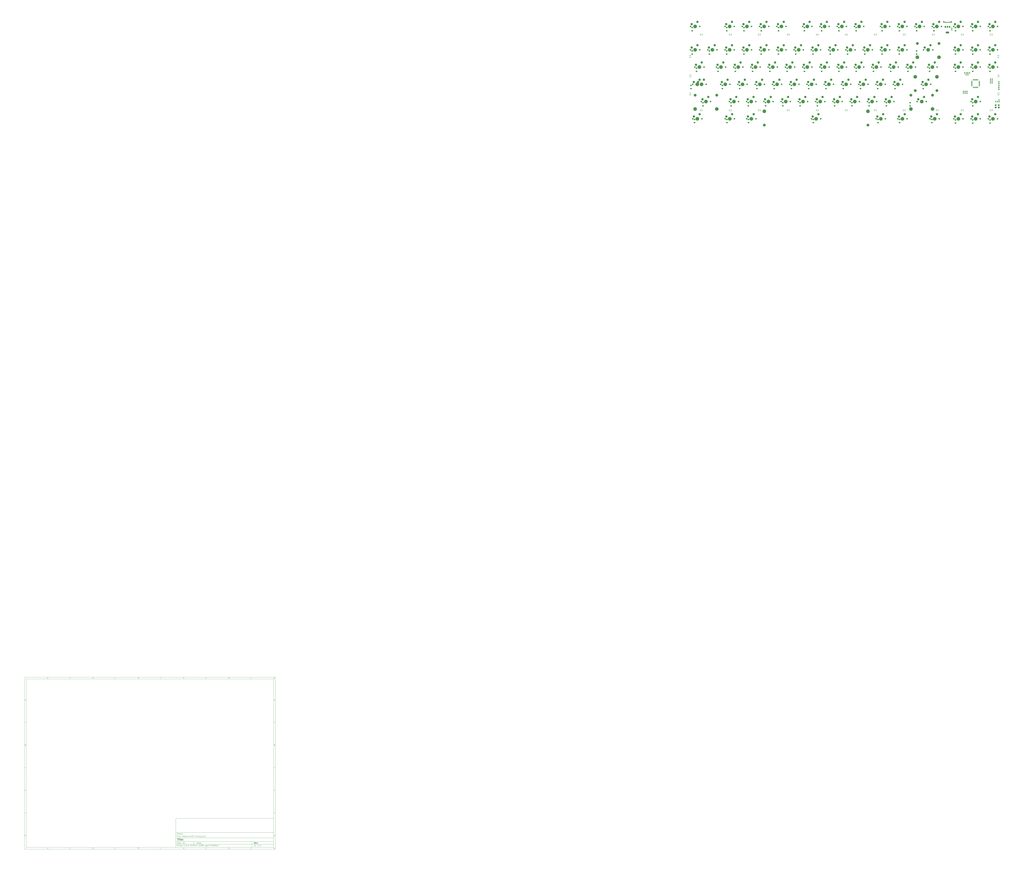
<source format=gbr>
%TF.GenerationSoftware,KiCad,Pcbnew,8.99.0-2206-gee77d06be7*%
%TF.CreationDate,2024-10-02T02:55:55+07:00*%
%TF.ProjectId,RadianceTKL,52616469-616e-4636-9554-4b4c2e6b6963,rev?*%
%TF.SameCoordinates,Original*%
%TF.FileFunction,Soldermask,Bot*%
%TF.FilePolarity,Negative*%
%FSLAX46Y46*%
G04 Gerber Fmt 4.6, Leading zero omitted, Abs format (unit mm)*
G04 Created by KiCad (PCBNEW 8.99.0-2206-gee77d06be7) date 2024-10-02 02:55:55*
%MOMM*%
%LPD*%
G01*
G04 APERTURE LIST*
G04 Aperture macros list*
%AMRoundRect*
0 Rectangle with rounded corners*
0 $1 Rounding radius*
0 $2 $3 $4 $5 $6 $7 $8 $9 X,Y pos of 4 corners*
0 Add a 4 corners polygon primitive as box body*
4,1,4,$2,$3,$4,$5,$6,$7,$8,$9,$2,$3,0*
0 Add four circle primitives for the rounded corners*
1,1,$1+$1,$2,$3*
1,1,$1+$1,$4,$5*
1,1,$1+$1,$6,$7*
1,1,$1+$1,$8,$9*
0 Add four rect primitives between the rounded corners*
20,1,$1+$1,$2,$3,$4,$5,0*
20,1,$1+$1,$4,$5,$6,$7,0*
20,1,$1+$1,$6,$7,$8,$9,0*
20,1,$1+$1,$8,$9,$2,$3,0*%
G04 Aperture macros list end*
%ADD10C,0.100000*%
%ADD11C,0.150000*%
%ADD12C,0.300000*%
%ADD13C,0.400000*%
%ADD14C,1.700000*%
%ADD15C,2.500000*%
%ADD16C,4.000000*%
%ADD17RoundRect,0.250000X0.750000X-0.600000X0.750000X0.600000X-0.750000X0.600000X-0.750000X-0.600000X0*%
%ADD18O,2.000000X1.700000*%
%ADD19C,3.987800*%
%ADD20C,3.048000*%
%ADD21RoundRect,0.250000X0.625000X-0.350000X0.625000X0.350000X-0.625000X0.350000X-0.625000X-0.350000X0*%
%ADD22O,1.750000X1.200000*%
%ADD23C,0.400000*%
%ADD24RoundRect,0.250000X0.600000X-0.400000X0.600000X0.400000X-0.600000X0.400000X-0.600000X-0.400000X0*%
%ADD25RoundRect,0.250000X-0.450000X0.262500X-0.450000X-0.262500X0.450000X-0.262500X0.450000X0.262500X0*%
%ADD26R,0.700000X0.700000*%
%ADD27RoundRect,0.250000X0.250000X0.475000X-0.250000X0.475000X-0.250000X-0.475000X0.250000X-0.475000X0*%
%ADD28RoundRect,0.375000X-0.375000X0.625000X-0.375000X-0.625000X0.375000X-0.625000X0.375000X0.625000X0*%
%ADD29RoundRect,0.500000X-1.400000X0.500000X-1.400000X-0.500000X1.400000X-0.500000X1.400000X0.500000X0*%
%ADD30RoundRect,0.250000X-0.262500X-0.450000X0.262500X-0.450000X0.262500X0.450000X-0.262500X0.450000X0*%
%ADD31RoundRect,0.250000X0.475000X-0.250000X0.475000X0.250000X-0.475000X0.250000X-0.475000X-0.250000X0*%
%ADD32RoundRect,0.075000X0.662500X0.075000X-0.662500X0.075000X-0.662500X-0.075000X0.662500X-0.075000X0*%
%ADD33RoundRect,0.075000X0.075000X0.662500X-0.075000X0.662500X-0.075000X-0.662500X0.075000X-0.662500X0*%
%ADD34C,0.650000*%
%ADD35RoundRect,0.150000X-0.150000X-0.425000X0.150000X-0.425000X0.150000X0.425000X-0.150000X0.425000X0*%
%ADD36RoundRect,0.075000X-0.075000X-0.500000X0.075000X-0.500000X0.075000X0.500000X-0.075000X0.500000X0*%
%ADD37O,1.000000X2.100000*%
G04 APERTURE END LIST*
D10*
D11*
X177002200Y-166007200D02*
X285002200Y-166007200D01*
X285002200Y-198007200D01*
X177002200Y-198007200D01*
X177002200Y-166007200D01*
D10*
D11*
X10000000Y-10000000D02*
X287002200Y-10000000D01*
X287002200Y-200007200D01*
X10000000Y-200007200D01*
X10000000Y-10000000D01*
D10*
D11*
X12000000Y-12000000D02*
X285002200Y-12000000D01*
X285002200Y-198007200D01*
X12000000Y-198007200D01*
X12000000Y-12000000D01*
D10*
D11*
X60000000Y-12000000D02*
X60000000Y-10000000D01*
D10*
D11*
X110000000Y-12000000D02*
X110000000Y-10000000D01*
D10*
D11*
X160000000Y-12000000D02*
X160000000Y-10000000D01*
D10*
D11*
X210000000Y-12000000D02*
X210000000Y-10000000D01*
D10*
D11*
X260000000Y-12000000D02*
X260000000Y-10000000D01*
D10*
D11*
X36089160Y-11593604D02*
X35346303Y-11593604D01*
X35717731Y-11593604D02*
X35717731Y-10293604D01*
X35717731Y-10293604D02*
X35593922Y-10479319D01*
X35593922Y-10479319D02*
X35470112Y-10603128D01*
X35470112Y-10603128D02*
X35346303Y-10665033D01*
D10*
D11*
X85346303Y-10417414D02*
X85408207Y-10355509D01*
X85408207Y-10355509D02*
X85532017Y-10293604D01*
X85532017Y-10293604D02*
X85841541Y-10293604D01*
X85841541Y-10293604D02*
X85965350Y-10355509D01*
X85965350Y-10355509D02*
X86027255Y-10417414D01*
X86027255Y-10417414D02*
X86089160Y-10541223D01*
X86089160Y-10541223D02*
X86089160Y-10665033D01*
X86089160Y-10665033D02*
X86027255Y-10850747D01*
X86027255Y-10850747D02*
X85284398Y-11593604D01*
X85284398Y-11593604D02*
X86089160Y-11593604D01*
D10*
D11*
X135284398Y-10293604D02*
X136089160Y-10293604D01*
X136089160Y-10293604D02*
X135655826Y-10788842D01*
X135655826Y-10788842D02*
X135841541Y-10788842D01*
X135841541Y-10788842D02*
X135965350Y-10850747D01*
X135965350Y-10850747D02*
X136027255Y-10912652D01*
X136027255Y-10912652D02*
X136089160Y-11036461D01*
X136089160Y-11036461D02*
X136089160Y-11345985D01*
X136089160Y-11345985D02*
X136027255Y-11469795D01*
X136027255Y-11469795D02*
X135965350Y-11531700D01*
X135965350Y-11531700D02*
X135841541Y-11593604D01*
X135841541Y-11593604D02*
X135470112Y-11593604D01*
X135470112Y-11593604D02*
X135346303Y-11531700D01*
X135346303Y-11531700D02*
X135284398Y-11469795D01*
D10*
D11*
X185965350Y-10726938D02*
X185965350Y-11593604D01*
X185655826Y-10231700D02*
X185346303Y-11160271D01*
X185346303Y-11160271D02*
X186151064Y-11160271D01*
D10*
D11*
X236027255Y-10293604D02*
X235408207Y-10293604D01*
X235408207Y-10293604D02*
X235346303Y-10912652D01*
X235346303Y-10912652D02*
X235408207Y-10850747D01*
X235408207Y-10850747D02*
X235532017Y-10788842D01*
X235532017Y-10788842D02*
X235841541Y-10788842D01*
X235841541Y-10788842D02*
X235965350Y-10850747D01*
X235965350Y-10850747D02*
X236027255Y-10912652D01*
X236027255Y-10912652D02*
X236089160Y-11036461D01*
X236089160Y-11036461D02*
X236089160Y-11345985D01*
X236089160Y-11345985D02*
X236027255Y-11469795D01*
X236027255Y-11469795D02*
X235965350Y-11531700D01*
X235965350Y-11531700D02*
X235841541Y-11593604D01*
X235841541Y-11593604D02*
X235532017Y-11593604D01*
X235532017Y-11593604D02*
X235408207Y-11531700D01*
X235408207Y-11531700D02*
X235346303Y-11469795D01*
D10*
D11*
X285965350Y-10293604D02*
X285717731Y-10293604D01*
X285717731Y-10293604D02*
X285593922Y-10355509D01*
X285593922Y-10355509D02*
X285532017Y-10417414D01*
X285532017Y-10417414D02*
X285408207Y-10603128D01*
X285408207Y-10603128D02*
X285346303Y-10850747D01*
X285346303Y-10850747D02*
X285346303Y-11345985D01*
X285346303Y-11345985D02*
X285408207Y-11469795D01*
X285408207Y-11469795D02*
X285470112Y-11531700D01*
X285470112Y-11531700D02*
X285593922Y-11593604D01*
X285593922Y-11593604D02*
X285841541Y-11593604D01*
X285841541Y-11593604D02*
X285965350Y-11531700D01*
X285965350Y-11531700D02*
X286027255Y-11469795D01*
X286027255Y-11469795D02*
X286089160Y-11345985D01*
X286089160Y-11345985D02*
X286089160Y-11036461D01*
X286089160Y-11036461D02*
X286027255Y-10912652D01*
X286027255Y-10912652D02*
X285965350Y-10850747D01*
X285965350Y-10850747D02*
X285841541Y-10788842D01*
X285841541Y-10788842D02*
X285593922Y-10788842D01*
X285593922Y-10788842D02*
X285470112Y-10850747D01*
X285470112Y-10850747D02*
X285408207Y-10912652D01*
X285408207Y-10912652D02*
X285346303Y-11036461D01*
D10*
D11*
X60000000Y-198007200D02*
X60000000Y-200007200D01*
D10*
D11*
X110000000Y-198007200D02*
X110000000Y-200007200D01*
D10*
D11*
X160000000Y-198007200D02*
X160000000Y-200007200D01*
D10*
D11*
X210000000Y-198007200D02*
X210000000Y-200007200D01*
D10*
D11*
X260000000Y-198007200D02*
X260000000Y-200007200D01*
D10*
D11*
X36089160Y-199600804D02*
X35346303Y-199600804D01*
X35717731Y-199600804D02*
X35717731Y-198300804D01*
X35717731Y-198300804D02*
X35593922Y-198486519D01*
X35593922Y-198486519D02*
X35470112Y-198610328D01*
X35470112Y-198610328D02*
X35346303Y-198672233D01*
D10*
D11*
X85346303Y-198424614D02*
X85408207Y-198362709D01*
X85408207Y-198362709D02*
X85532017Y-198300804D01*
X85532017Y-198300804D02*
X85841541Y-198300804D01*
X85841541Y-198300804D02*
X85965350Y-198362709D01*
X85965350Y-198362709D02*
X86027255Y-198424614D01*
X86027255Y-198424614D02*
X86089160Y-198548423D01*
X86089160Y-198548423D02*
X86089160Y-198672233D01*
X86089160Y-198672233D02*
X86027255Y-198857947D01*
X86027255Y-198857947D02*
X85284398Y-199600804D01*
X85284398Y-199600804D02*
X86089160Y-199600804D01*
D10*
D11*
X135284398Y-198300804D02*
X136089160Y-198300804D01*
X136089160Y-198300804D02*
X135655826Y-198796042D01*
X135655826Y-198796042D02*
X135841541Y-198796042D01*
X135841541Y-198796042D02*
X135965350Y-198857947D01*
X135965350Y-198857947D02*
X136027255Y-198919852D01*
X136027255Y-198919852D02*
X136089160Y-199043661D01*
X136089160Y-199043661D02*
X136089160Y-199353185D01*
X136089160Y-199353185D02*
X136027255Y-199476995D01*
X136027255Y-199476995D02*
X135965350Y-199538900D01*
X135965350Y-199538900D02*
X135841541Y-199600804D01*
X135841541Y-199600804D02*
X135470112Y-199600804D01*
X135470112Y-199600804D02*
X135346303Y-199538900D01*
X135346303Y-199538900D02*
X135284398Y-199476995D01*
D10*
D11*
X185965350Y-198734138D02*
X185965350Y-199600804D01*
X185655826Y-198238900D02*
X185346303Y-199167471D01*
X185346303Y-199167471D02*
X186151064Y-199167471D01*
D10*
D11*
X236027255Y-198300804D02*
X235408207Y-198300804D01*
X235408207Y-198300804D02*
X235346303Y-198919852D01*
X235346303Y-198919852D02*
X235408207Y-198857947D01*
X235408207Y-198857947D02*
X235532017Y-198796042D01*
X235532017Y-198796042D02*
X235841541Y-198796042D01*
X235841541Y-198796042D02*
X235965350Y-198857947D01*
X235965350Y-198857947D02*
X236027255Y-198919852D01*
X236027255Y-198919852D02*
X236089160Y-199043661D01*
X236089160Y-199043661D02*
X236089160Y-199353185D01*
X236089160Y-199353185D02*
X236027255Y-199476995D01*
X236027255Y-199476995D02*
X235965350Y-199538900D01*
X235965350Y-199538900D02*
X235841541Y-199600804D01*
X235841541Y-199600804D02*
X235532017Y-199600804D01*
X235532017Y-199600804D02*
X235408207Y-199538900D01*
X235408207Y-199538900D02*
X235346303Y-199476995D01*
D10*
D11*
X285965350Y-198300804D02*
X285717731Y-198300804D01*
X285717731Y-198300804D02*
X285593922Y-198362709D01*
X285593922Y-198362709D02*
X285532017Y-198424614D01*
X285532017Y-198424614D02*
X285408207Y-198610328D01*
X285408207Y-198610328D02*
X285346303Y-198857947D01*
X285346303Y-198857947D02*
X285346303Y-199353185D01*
X285346303Y-199353185D02*
X285408207Y-199476995D01*
X285408207Y-199476995D02*
X285470112Y-199538900D01*
X285470112Y-199538900D02*
X285593922Y-199600804D01*
X285593922Y-199600804D02*
X285841541Y-199600804D01*
X285841541Y-199600804D02*
X285965350Y-199538900D01*
X285965350Y-199538900D02*
X286027255Y-199476995D01*
X286027255Y-199476995D02*
X286089160Y-199353185D01*
X286089160Y-199353185D02*
X286089160Y-199043661D01*
X286089160Y-199043661D02*
X286027255Y-198919852D01*
X286027255Y-198919852D02*
X285965350Y-198857947D01*
X285965350Y-198857947D02*
X285841541Y-198796042D01*
X285841541Y-198796042D02*
X285593922Y-198796042D01*
X285593922Y-198796042D02*
X285470112Y-198857947D01*
X285470112Y-198857947D02*
X285408207Y-198919852D01*
X285408207Y-198919852D02*
X285346303Y-199043661D01*
D10*
D11*
X10000000Y-60000000D02*
X12000000Y-60000000D01*
D10*
D11*
X10000000Y-110000000D02*
X12000000Y-110000000D01*
D10*
D11*
X10000000Y-160000000D02*
X12000000Y-160000000D01*
D10*
D11*
X10690476Y-35222176D02*
X11309523Y-35222176D01*
X10566666Y-35593604D02*
X10999999Y-34293604D01*
X10999999Y-34293604D02*
X11433333Y-35593604D01*
D10*
D11*
X11092857Y-84912652D02*
X11278571Y-84974557D01*
X11278571Y-84974557D02*
X11340476Y-85036461D01*
X11340476Y-85036461D02*
X11402380Y-85160271D01*
X11402380Y-85160271D02*
X11402380Y-85345985D01*
X11402380Y-85345985D02*
X11340476Y-85469795D01*
X11340476Y-85469795D02*
X11278571Y-85531700D01*
X11278571Y-85531700D02*
X11154761Y-85593604D01*
X11154761Y-85593604D02*
X10659523Y-85593604D01*
X10659523Y-85593604D02*
X10659523Y-84293604D01*
X10659523Y-84293604D02*
X11092857Y-84293604D01*
X11092857Y-84293604D02*
X11216666Y-84355509D01*
X11216666Y-84355509D02*
X11278571Y-84417414D01*
X11278571Y-84417414D02*
X11340476Y-84541223D01*
X11340476Y-84541223D02*
X11340476Y-84665033D01*
X11340476Y-84665033D02*
X11278571Y-84788842D01*
X11278571Y-84788842D02*
X11216666Y-84850747D01*
X11216666Y-84850747D02*
X11092857Y-84912652D01*
X11092857Y-84912652D02*
X10659523Y-84912652D01*
D10*
D11*
X11402380Y-135469795D02*
X11340476Y-135531700D01*
X11340476Y-135531700D02*
X11154761Y-135593604D01*
X11154761Y-135593604D02*
X11030952Y-135593604D01*
X11030952Y-135593604D02*
X10845238Y-135531700D01*
X10845238Y-135531700D02*
X10721428Y-135407890D01*
X10721428Y-135407890D02*
X10659523Y-135284080D01*
X10659523Y-135284080D02*
X10597619Y-135036461D01*
X10597619Y-135036461D02*
X10597619Y-134850747D01*
X10597619Y-134850747D02*
X10659523Y-134603128D01*
X10659523Y-134603128D02*
X10721428Y-134479319D01*
X10721428Y-134479319D02*
X10845238Y-134355509D01*
X10845238Y-134355509D02*
X11030952Y-134293604D01*
X11030952Y-134293604D02*
X11154761Y-134293604D01*
X11154761Y-134293604D02*
X11340476Y-134355509D01*
X11340476Y-134355509D02*
X11402380Y-134417414D01*
D10*
D11*
X10659523Y-185593604D02*
X10659523Y-184293604D01*
X10659523Y-184293604D02*
X10969047Y-184293604D01*
X10969047Y-184293604D02*
X11154761Y-184355509D01*
X11154761Y-184355509D02*
X11278571Y-184479319D01*
X11278571Y-184479319D02*
X11340476Y-184603128D01*
X11340476Y-184603128D02*
X11402380Y-184850747D01*
X11402380Y-184850747D02*
X11402380Y-185036461D01*
X11402380Y-185036461D02*
X11340476Y-185284080D01*
X11340476Y-185284080D02*
X11278571Y-185407890D01*
X11278571Y-185407890D02*
X11154761Y-185531700D01*
X11154761Y-185531700D02*
X10969047Y-185593604D01*
X10969047Y-185593604D02*
X10659523Y-185593604D01*
D10*
D11*
X287002200Y-60000000D02*
X285002200Y-60000000D01*
D10*
D11*
X287002200Y-110000000D02*
X285002200Y-110000000D01*
D10*
D11*
X287002200Y-160000000D02*
X285002200Y-160000000D01*
D10*
D11*
X285692676Y-35222176D02*
X286311723Y-35222176D01*
X285568866Y-35593604D02*
X286002199Y-34293604D01*
X286002199Y-34293604D02*
X286435533Y-35593604D01*
D10*
D11*
X286095057Y-84912652D02*
X286280771Y-84974557D01*
X286280771Y-84974557D02*
X286342676Y-85036461D01*
X286342676Y-85036461D02*
X286404580Y-85160271D01*
X286404580Y-85160271D02*
X286404580Y-85345985D01*
X286404580Y-85345985D02*
X286342676Y-85469795D01*
X286342676Y-85469795D02*
X286280771Y-85531700D01*
X286280771Y-85531700D02*
X286156961Y-85593604D01*
X286156961Y-85593604D02*
X285661723Y-85593604D01*
X285661723Y-85593604D02*
X285661723Y-84293604D01*
X285661723Y-84293604D02*
X286095057Y-84293604D01*
X286095057Y-84293604D02*
X286218866Y-84355509D01*
X286218866Y-84355509D02*
X286280771Y-84417414D01*
X286280771Y-84417414D02*
X286342676Y-84541223D01*
X286342676Y-84541223D02*
X286342676Y-84665033D01*
X286342676Y-84665033D02*
X286280771Y-84788842D01*
X286280771Y-84788842D02*
X286218866Y-84850747D01*
X286218866Y-84850747D02*
X286095057Y-84912652D01*
X286095057Y-84912652D02*
X285661723Y-84912652D01*
D10*
D11*
X286404580Y-135469795D02*
X286342676Y-135531700D01*
X286342676Y-135531700D02*
X286156961Y-135593604D01*
X286156961Y-135593604D02*
X286033152Y-135593604D01*
X286033152Y-135593604D02*
X285847438Y-135531700D01*
X285847438Y-135531700D02*
X285723628Y-135407890D01*
X285723628Y-135407890D02*
X285661723Y-135284080D01*
X285661723Y-135284080D02*
X285599819Y-135036461D01*
X285599819Y-135036461D02*
X285599819Y-134850747D01*
X285599819Y-134850747D02*
X285661723Y-134603128D01*
X285661723Y-134603128D02*
X285723628Y-134479319D01*
X285723628Y-134479319D02*
X285847438Y-134355509D01*
X285847438Y-134355509D02*
X286033152Y-134293604D01*
X286033152Y-134293604D02*
X286156961Y-134293604D01*
X286156961Y-134293604D02*
X286342676Y-134355509D01*
X286342676Y-134355509D02*
X286404580Y-134417414D01*
D10*
D11*
X285661723Y-185593604D02*
X285661723Y-184293604D01*
X285661723Y-184293604D02*
X285971247Y-184293604D01*
X285971247Y-184293604D02*
X286156961Y-184355509D01*
X286156961Y-184355509D02*
X286280771Y-184479319D01*
X286280771Y-184479319D02*
X286342676Y-184603128D01*
X286342676Y-184603128D02*
X286404580Y-184850747D01*
X286404580Y-184850747D02*
X286404580Y-185036461D01*
X286404580Y-185036461D02*
X286342676Y-185284080D01*
X286342676Y-185284080D02*
X286280771Y-185407890D01*
X286280771Y-185407890D02*
X286156961Y-185531700D01*
X286156961Y-185531700D02*
X285971247Y-185593604D01*
X285971247Y-185593604D02*
X285661723Y-185593604D01*
D10*
D11*
X200458026Y-193793328D02*
X200458026Y-192293328D01*
X200458026Y-192293328D02*
X200815169Y-192293328D01*
X200815169Y-192293328D02*
X201029455Y-192364757D01*
X201029455Y-192364757D02*
X201172312Y-192507614D01*
X201172312Y-192507614D02*
X201243741Y-192650471D01*
X201243741Y-192650471D02*
X201315169Y-192936185D01*
X201315169Y-192936185D02*
X201315169Y-193150471D01*
X201315169Y-193150471D02*
X201243741Y-193436185D01*
X201243741Y-193436185D02*
X201172312Y-193579042D01*
X201172312Y-193579042D02*
X201029455Y-193721900D01*
X201029455Y-193721900D02*
X200815169Y-193793328D01*
X200815169Y-193793328D02*
X200458026Y-193793328D01*
X202600884Y-193793328D02*
X202600884Y-193007614D01*
X202600884Y-193007614D02*
X202529455Y-192864757D01*
X202529455Y-192864757D02*
X202386598Y-192793328D01*
X202386598Y-192793328D02*
X202100884Y-192793328D01*
X202100884Y-192793328D02*
X201958026Y-192864757D01*
X202600884Y-193721900D02*
X202458026Y-193793328D01*
X202458026Y-193793328D02*
X202100884Y-193793328D01*
X202100884Y-193793328D02*
X201958026Y-193721900D01*
X201958026Y-193721900D02*
X201886598Y-193579042D01*
X201886598Y-193579042D02*
X201886598Y-193436185D01*
X201886598Y-193436185D02*
X201958026Y-193293328D01*
X201958026Y-193293328D02*
X202100884Y-193221900D01*
X202100884Y-193221900D02*
X202458026Y-193221900D01*
X202458026Y-193221900D02*
X202600884Y-193150471D01*
X203100884Y-192793328D02*
X203672312Y-192793328D01*
X203315169Y-192293328D02*
X203315169Y-193579042D01*
X203315169Y-193579042D02*
X203386598Y-193721900D01*
X203386598Y-193721900D02*
X203529455Y-193793328D01*
X203529455Y-193793328D02*
X203672312Y-193793328D01*
X204743741Y-193721900D02*
X204600884Y-193793328D01*
X204600884Y-193793328D02*
X204315170Y-193793328D01*
X204315170Y-193793328D02*
X204172312Y-193721900D01*
X204172312Y-193721900D02*
X204100884Y-193579042D01*
X204100884Y-193579042D02*
X204100884Y-193007614D01*
X204100884Y-193007614D02*
X204172312Y-192864757D01*
X204172312Y-192864757D02*
X204315170Y-192793328D01*
X204315170Y-192793328D02*
X204600884Y-192793328D01*
X204600884Y-192793328D02*
X204743741Y-192864757D01*
X204743741Y-192864757D02*
X204815170Y-193007614D01*
X204815170Y-193007614D02*
X204815170Y-193150471D01*
X204815170Y-193150471D02*
X204100884Y-193293328D01*
X205458026Y-193650471D02*
X205529455Y-193721900D01*
X205529455Y-193721900D02*
X205458026Y-193793328D01*
X205458026Y-193793328D02*
X205386598Y-193721900D01*
X205386598Y-193721900D02*
X205458026Y-193650471D01*
X205458026Y-193650471D02*
X205458026Y-193793328D01*
X205458026Y-192864757D02*
X205529455Y-192936185D01*
X205529455Y-192936185D02*
X205458026Y-193007614D01*
X205458026Y-193007614D02*
X205386598Y-192936185D01*
X205386598Y-192936185D02*
X205458026Y-192864757D01*
X205458026Y-192864757D02*
X205458026Y-193007614D01*
D10*
D11*
X177002200Y-194507200D02*
X285002200Y-194507200D01*
D10*
D11*
X178458026Y-196593328D02*
X178458026Y-195093328D01*
X179315169Y-196593328D02*
X178672312Y-195736185D01*
X179315169Y-195093328D02*
X178458026Y-195950471D01*
X179958026Y-196593328D02*
X179958026Y-195593328D01*
X179958026Y-195093328D02*
X179886598Y-195164757D01*
X179886598Y-195164757D02*
X179958026Y-195236185D01*
X179958026Y-195236185D02*
X180029455Y-195164757D01*
X180029455Y-195164757D02*
X179958026Y-195093328D01*
X179958026Y-195093328D02*
X179958026Y-195236185D01*
X181529455Y-196450471D02*
X181458027Y-196521900D01*
X181458027Y-196521900D02*
X181243741Y-196593328D01*
X181243741Y-196593328D02*
X181100884Y-196593328D01*
X181100884Y-196593328D02*
X180886598Y-196521900D01*
X180886598Y-196521900D02*
X180743741Y-196379042D01*
X180743741Y-196379042D02*
X180672312Y-196236185D01*
X180672312Y-196236185D02*
X180600884Y-195950471D01*
X180600884Y-195950471D02*
X180600884Y-195736185D01*
X180600884Y-195736185D02*
X180672312Y-195450471D01*
X180672312Y-195450471D02*
X180743741Y-195307614D01*
X180743741Y-195307614D02*
X180886598Y-195164757D01*
X180886598Y-195164757D02*
X181100884Y-195093328D01*
X181100884Y-195093328D02*
X181243741Y-195093328D01*
X181243741Y-195093328D02*
X181458027Y-195164757D01*
X181458027Y-195164757D02*
X181529455Y-195236185D01*
X182815170Y-196593328D02*
X182815170Y-195807614D01*
X182815170Y-195807614D02*
X182743741Y-195664757D01*
X182743741Y-195664757D02*
X182600884Y-195593328D01*
X182600884Y-195593328D02*
X182315170Y-195593328D01*
X182315170Y-195593328D02*
X182172312Y-195664757D01*
X182815170Y-196521900D02*
X182672312Y-196593328D01*
X182672312Y-196593328D02*
X182315170Y-196593328D01*
X182315170Y-196593328D02*
X182172312Y-196521900D01*
X182172312Y-196521900D02*
X182100884Y-196379042D01*
X182100884Y-196379042D02*
X182100884Y-196236185D01*
X182100884Y-196236185D02*
X182172312Y-196093328D01*
X182172312Y-196093328D02*
X182315170Y-196021900D01*
X182315170Y-196021900D02*
X182672312Y-196021900D01*
X182672312Y-196021900D02*
X182815170Y-195950471D01*
X184172313Y-196593328D02*
X184172313Y-195093328D01*
X184172313Y-196521900D02*
X184029455Y-196593328D01*
X184029455Y-196593328D02*
X183743741Y-196593328D01*
X183743741Y-196593328D02*
X183600884Y-196521900D01*
X183600884Y-196521900D02*
X183529455Y-196450471D01*
X183529455Y-196450471D02*
X183458027Y-196307614D01*
X183458027Y-196307614D02*
X183458027Y-195879042D01*
X183458027Y-195879042D02*
X183529455Y-195736185D01*
X183529455Y-195736185D02*
X183600884Y-195664757D01*
X183600884Y-195664757D02*
X183743741Y-195593328D01*
X183743741Y-195593328D02*
X184029455Y-195593328D01*
X184029455Y-195593328D02*
X184172313Y-195664757D01*
X186029455Y-195807614D02*
X186529455Y-195807614D01*
X186743741Y-196593328D02*
X186029455Y-196593328D01*
X186029455Y-196593328D02*
X186029455Y-195093328D01*
X186029455Y-195093328D02*
X186743741Y-195093328D01*
X187386598Y-196450471D02*
X187458027Y-196521900D01*
X187458027Y-196521900D02*
X187386598Y-196593328D01*
X187386598Y-196593328D02*
X187315170Y-196521900D01*
X187315170Y-196521900D02*
X187386598Y-196450471D01*
X187386598Y-196450471D02*
X187386598Y-196593328D01*
X188100884Y-196593328D02*
X188100884Y-195093328D01*
X188100884Y-195093328D02*
X188458027Y-195093328D01*
X188458027Y-195093328D02*
X188672313Y-195164757D01*
X188672313Y-195164757D02*
X188815170Y-195307614D01*
X188815170Y-195307614D02*
X188886599Y-195450471D01*
X188886599Y-195450471D02*
X188958027Y-195736185D01*
X188958027Y-195736185D02*
X188958027Y-195950471D01*
X188958027Y-195950471D02*
X188886599Y-196236185D01*
X188886599Y-196236185D02*
X188815170Y-196379042D01*
X188815170Y-196379042D02*
X188672313Y-196521900D01*
X188672313Y-196521900D02*
X188458027Y-196593328D01*
X188458027Y-196593328D02*
X188100884Y-196593328D01*
X189600884Y-196450471D02*
X189672313Y-196521900D01*
X189672313Y-196521900D02*
X189600884Y-196593328D01*
X189600884Y-196593328D02*
X189529456Y-196521900D01*
X189529456Y-196521900D02*
X189600884Y-196450471D01*
X189600884Y-196450471D02*
X189600884Y-196593328D01*
X190243742Y-196164757D02*
X190958028Y-196164757D01*
X190100885Y-196593328D02*
X190600885Y-195093328D01*
X190600885Y-195093328D02*
X191100885Y-196593328D01*
X191600884Y-196450471D02*
X191672313Y-196521900D01*
X191672313Y-196521900D02*
X191600884Y-196593328D01*
X191600884Y-196593328D02*
X191529456Y-196521900D01*
X191529456Y-196521900D02*
X191600884Y-196450471D01*
X191600884Y-196450471D02*
X191600884Y-196593328D01*
X193672313Y-195736185D02*
X193529456Y-195664757D01*
X193529456Y-195664757D02*
X193458027Y-195593328D01*
X193458027Y-195593328D02*
X193386599Y-195450471D01*
X193386599Y-195450471D02*
X193386599Y-195379042D01*
X193386599Y-195379042D02*
X193458027Y-195236185D01*
X193458027Y-195236185D02*
X193529456Y-195164757D01*
X193529456Y-195164757D02*
X193672313Y-195093328D01*
X193672313Y-195093328D02*
X193958027Y-195093328D01*
X193958027Y-195093328D02*
X194100885Y-195164757D01*
X194100885Y-195164757D02*
X194172313Y-195236185D01*
X194172313Y-195236185D02*
X194243742Y-195379042D01*
X194243742Y-195379042D02*
X194243742Y-195450471D01*
X194243742Y-195450471D02*
X194172313Y-195593328D01*
X194172313Y-195593328D02*
X194100885Y-195664757D01*
X194100885Y-195664757D02*
X193958027Y-195736185D01*
X193958027Y-195736185D02*
X193672313Y-195736185D01*
X193672313Y-195736185D02*
X193529456Y-195807614D01*
X193529456Y-195807614D02*
X193458027Y-195879042D01*
X193458027Y-195879042D02*
X193386599Y-196021900D01*
X193386599Y-196021900D02*
X193386599Y-196307614D01*
X193386599Y-196307614D02*
X193458027Y-196450471D01*
X193458027Y-196450471D02*
X193529456Y-196521900D01*
X193529456Y-196521900D02*
X193672313Y-196593328D01*
X193672313Y-196593328D02*
X193958027Y-196593328D01*
X193958027Y-196593328D02*
X194100885Y-196521900D01*
X194100885Y-196521900D02*
X194172313Y-196450471D01*
X194172313Y-196450471D02*
X194243742Y-196307614D01*
X194243742Y-196307614D02*
X194243742Y-196021900D01*
X194243742Y-196021900D02*
X194172313Y-195879042D01*
X194172313Y-195879042D02*
X194100885Y-195807614D01*
X194100885Y-195807614D02*
X193958027Y-195736185D01*
X194886598Y-196450471D02*
X194958027Y-196521900D01*
X194958027Y-196521900D02*
X194886598Y-196593328D01*
X194886598Y-196593328D02*
X194815170Y-196521900D01*
X194815170Y-196521900D02*
X194886598Y-196450471D01*
X194886598Y-196450471D02*
X194886598Y-196593328D01*
X195672313Y-196593328D02*
X195958027Y-196593328D01*
X195958027Y-196593328D02*
X196100884Y-196521900D01*
X196100884Y-196521900D02*
X196172313Y-196450471D01*
X196172313Y-196450471D02*
X196315170Y-196236185D01*
X196315170Y-196236185D02*
X196386599Y-195950471D01*
X196386599Y-195950471D02*
X196386599Y-195379042D01*
X196386599Y-195379042D02*
X196315170Y-195236185D01*
X196315170Y-195236185D02*
X196243742Y-195164757D01*
X196243742Y-195164757D02*
X196100884Y-195093328D01*
X196100884Y-195093328D02*
X195815170Y-195093328D01*
X195815170Y-195093328D02*
X195672313Y-195164757D01*
X195672313Y-195164757D02*
X195600884Y-195236185D01*
X195600884Y-195236185D02*
X195529456Y-195379042D01*
X195529456Y-195379042D02*
X195529456Y-195736185D01*
X195529456Y-195736185D02*
X195600884Y-195879042D01*
X195600884Y-195879042D02*
X195672313Y-195950471D01*
X195672313Y-195950471D02*
X195815170Y-196021900D01*
X195815170Y-196021900D02*
X196100884Y-196021900D01*
X196100884Y-196021900D02*
X196243742Y-195950471D01*
X196243742Y-195950471D02*
X196315170Y-195879042D01*
X196315170Y-195879042D02*
X196386599Y-195736185D01*
X197100884Y-196593328D02*
X197386598Y-196593328D01*
X197386598Y-196593328D02*
X197529455Y-196521900D01*
X197529455Y-196521900D02*
X197600884Y-196450471D01*
X197600884Y-196450471D02*
X197743741Y-196236185D01*
X197743741Y-196236185D02*
X197815170Y-195950471D01*
X197815170Y-195950471D02*
X197815170Y-195379042D01*
X197815170Y-195379042D02*
X197743741Y-195236185D01*
X197743741Y-195236185D02*
X197672313Y-195164757D01*
X197672313Y-195164757D02*
X197529455Y-195093328D01*
X197529455Y-195093328D02*
X197243741Y-195093328D01*
X197243741Y-195093328D02*
X197100884Y-195164757D01*
X197100884Y-195164757D02*
X197029455Y-195236185D01*
X197029455Y-195236185D02*
X196958027Y-195379042D01*
X196958027Y-195379042D02*
X196958027Y-195736185D01*
X196958027Y-195736185D02*
X197029455Y-195879042D01*
X197029455Y-195879042D02*
X197100884Y-195950471D01*
X197100884Y-195950471D02*
X197243741Y-196021900D01*
X197243741Y-196021900D02*
X197529455Y-196021900D01*
X197529455Y-196021900D02*
X197672313Y-195950471D01*
X197672313Y-195950471D02*
X197743741Y-195879042D01*
X197743741Y-195879042D02*
X197815170Y-195736185D01*
X198458026Y-196450471D02*
X198529455Y-196521900D01*
X198529455Y-196521900D02*
X198458026Y-196593328D01*
X198458026Y-196593328D02*
X198386598Y-196521900D01*
X198386598Y-196521900D02*
X198458026Y-196450471D01*
X198458026Y-196450471D02*
X198458026Y-196593328D01*
X199458027Y-195093328D02*
X199600884Y-195093328D01*
X199600884Y-195093328D02*
X199743741Y-195164757D01*
X199743741Y-195164757D02*
X199815170Y-195236185D01*
X199815170Y-195236185D02*
X199886598Y-195379042D01*
X199886598Y-195379042D02*
X199958027Y-195664757D01*
X199958027Y-195664757D02*
X199958027Y-196021900D01*
X199958027Y-196021900D02*
X199886598Y-196307614D01*
X199886598Y-196307614D02*
X199815170Y-196450471D01*
X199815170Y-196450471D02*
X199743741Y-196521900D01*
X199743741Y-196521900D02*
X199600884Y-196593328D01*
X199600884Y-196593328D02*
X199458027Y-196593328D01*
X199458027Y-196593328D02*
X199315170Y-196521900D01*
X199315170Y-196521900D02*
X199243741Y-196450471D01*
X199243741Y-196450471D02*
X199172312Y-196307614D01*
X199172312Y-196307614D02*
X199100884Y-196021900D01*
X199100884Y-196021900D02*
X199100884Y-195664757D01*
X199100884Y-195664757D02*
X199172312Y-195379042D01*
X199172312Y-195379042D02*
X199243741Y-195236185D01*
X199243741Y-195236185D02*
X199315170Y-195164757D01*
X199315170Y-195164757D02*
X199458027Y-195093328D01*
X200600883Y-196021900D02*
X201743741Y-196021900D01*
X202386598Y-195236185D02*
X202458026Y-195164757D01*
X202458026Y-195164757D02*
X202600884Y-195093328D01*
X202600884Y-195093328D02*
X202958026Y-195093328D01*
X202958026Y-195093328D02*
X203100884Y-195164757D01*
X203100884Y-195164757D02*
X203172312Y-195236185D01*
X203172312Y-195236185D02*
X203243741Y-195379042D01*
X203243741Y-195379042D02*
X203243741Y-195521900D01*
X203243741Y-195521900D02*
X203172312Y-195736185D01*
X203172312Y-195736185D02*
X202315169Y-196593328D01*
X202315169Y-196593328D02*
X203243741Y-196593328D01*
X203815169Y-195236185D02*
X203886597Y-195164757D01*
X203886597Y-195164757D02*
X204029455Y-195093328D01*
X204029455Y-195093328D02*
X204386597Y-195093328D01*
X204386597Y-195093328D02*
X204529455Y-195164757D01*
X204529455Y-195164757D02*
X204600883Y-195236185D01*
X204600883Y-195236185D02*
X204672312Y-195379042D01*
X204672312Y-195379042D02*
X204672312Y-195521900D01*
X204672312Y-195521900D02*
X204600883Y-195736185D01*
X204600883Y-195736185D02*
X203743740Y-196593328D01*
X203743740Y-196593328D02*
X204672312Y-196593328D01*
X205600883Y-195093328D02*
X205743740Y-195093328D01*
X205743740Y-195093328D02*
X205886597Y-195164757D01*
X205886597Y-195164757D02*
X205958026Y-195236185D01*
X205958026Y-195236185D02*
X206029454Y-195379042D01*
X206029454Y-195379042D02*
X206100883Y-195664757D01*
X206100883Y-195664757D02*
X206100883Y-196021900D01*
X206100883Y-196021900D02*
X206029454Y-196307614D01*
X206029454Y-196307614D02*
X205958026Y-196450471D01*
X205958026Y-196450471D02*
X205886597Y-196521900D01*
X205886597Y-196521900D02*
X205743740Y-196593328D01*
X205743740Y-196593328D02*
X205600883Y-196593328D01*
X205600883Y-196593328D02*
X205458026Y-196521900D01*
X205458026Y-196521900D02*
X205386597Y-196450471D01*
X205386597Y-196450471D02*
X205315168Y-196307614D01*
X205315168Y-196307614D02*
X205243740Y-196021900D01*
X205243740Y-196021900D02*
X205243740Y-195664757D01*
X205243740Y-195664757D02*
X205315168Y-195379042D01*
X205315168Y-195379042D02*
X205386597Y-195236185D01*
X205386597Y-195236185D02*
X205458026Y-195164757D01*
X205458026Y-195164757D02*
X205600883Y-195093328D01*
X207386597Y-195093328D02*
X207100882Y-195093328D01*
X207100882Y-195093328D02*
X206958025Y-195164757D01*
X206958025Y-195164757D02*
X206886597Y-195236185D01*
X206886597Y-195236185D02*
X206743739Y-195450471D01*
X206743739Y-195450471D02*
X206672311Y-195736185D01*
X206672311Y-195736185D02*
X206672311Y-196307614D01*
X206672311Y-196307614D02*
X206743739Y-196450471D01*
X206743739Y-196450471D02*
X206815168Y-196521900D01*
X206815168Y-196521900D02*
X206958025Y-196593328D01*
X206958025Y-196593328D02*
X207243739Y-196593328D01*
X207243739Y-196593328D02*
X207386597Y-196521900D01*
X207386597Y-196521900D02*
X207458025Y-196450471D01*
X207458025Y-196450471D02*
X207529454Y-196307614D01*
X207529454Y-196307614D02*
X207529454Y-195950471D01*
X207529454Y-195950471D02*
X207458025Y-195807614D01*
X207458025Y-195807614D02*
X207386597Y-195736185D01*
X207386597Y-195736185D02*
X207243739Y-195664757D01*
X207243739Y-195664757D02*
X206958025Y-195664757D01*
X206958025Y-195664757D02*
X206815168Y-195736185D01*
X206815168Y-195736185D02*
X206743739Y-195807614D01*
X206743739Y-195807614D02*
X206672311Y-195950471D01*
X208172310Y-196021900D02*
X209315168Y-196021900D01*
X210672311Y-195593328D02*
X210672311Y-196807614D01*
X210672311Y-196807614D02*
X210600882Y-196950471D01*
X210600882Y-196950471D02*
X210529453Y-197021900D01*
X210529453Y-197021900D02*
X210386596Y-197093328D01*
X210386596Y-197093328D02*
X210172311Y-197093328D01*
X210172311Y-197093328D02*
X210029453Y-197021900D01*
X210672311Y-196521900D02*
X210529453Y-196593328D01*
X210529453Y-196593328D02*
X210243739Y-196593328D01*
X210243739Y-196593328D02*
X210100882Y-196521900D01*
X210100882Y-196521900D02*
X210029453Y-196450471D01*
X210029453Y-196450471D02*
X209958025Y-196307614D01*
X209958025Y-196307614D02*
X209958025Y-195879042D01*
X209958025Y-195879042D02*
X210029453Y-195736185D01*
X210029453Y-195736185D02*
X210100882Y-195664757D01*
X210100882Y-195664757D02*
X210243739Y-195593328D01*
X210243739Y-195593328D02*
X210529453Y-195593328D01*
X210529453Y-195593328D02*
X210672311Y-195664757D01*
X211958025Y-196521900D02*
X211815168Y-196593328D01*
X211815168Y-196593328D02*
X211529454Y-196593328D01*
X211529454Y-196593328D02*
X211386596Y-196521900D01*
X211386596Y-196521900D02*
X211315168Y-196379042D01*
X211315168Y-196379042D02*
X211315168Y-195807614D01*
X211315168Y-195807614D02*
X211386596Y-195664757D01*
X211386596Y-195664757D02*
X211529454Y-195593328D01*
X211529454Y-195593328D02*
X211815168Y-195593328D01*
X211815168Y-195593328D02*
X211958025Y-195664757D01*
X211958025Y-195664757D02*
X212029454Y-195807614D01*
X212029454Y-195807614D02*
X212029454Y-195950471D01*
X212029454Y-195950471D02*
X211315168Y-196093328D01*
X213243739Y-196521900D02*
X213100882Y-196593328D01*
X213100882Y-196593328D02*
X212815168Y-196593328D01*
X212815168Y-196593328D02*
X212672310Y-196521900D01*
X212672310Y-196521900D02*
X212600882Y-196379042D01*
X212600882Y-196379042D02*
X212600882Y-195807614D01*
X212600882Y-195807614D02*
X212672310Y-195664757D01*
X212672310Y-195664757D02*
X212815168Y-195593328D01*
X212815168Y-195593328D02*
X213100882Y-195593328D01*
X213100882Y-195593328D02*
X213243739Y-195664757D01*
X213243739Y-195664757D02*
X213315168Y-195807614D01*
X213315168Y-195807614D02*
X213315168Y-195950471D01*
X213315168Y-195950471D02*
X212600882Y-196093328D01*
X213815167Y-195093328D02*
X214815167Y-195093328D01*
X214815167Y-195093328D02*
X214172310Y-196593328D01*
X215243738Y-195093328D02*
X216243738Y-195093328D01*
X216243738Y-195093328D02*
X215600881Y-196593328D01*
X217458024Y-196593328D02*
X217458024Y-195093328D01*
X217458024Y-196521900D02*
X217315166Y-196593328D01*
X217315166Y-196593328D02*
X217029452Y-196593328D01*
X217029452Y-196593328D02*
X216886595Y-196521900D01*
X216886595Y-196521900D02*
X216815166Y-196450471D01*
X216815166Y-196450471D02*
X216743738Y-196307614D01*
X216743738Y-196307614D02*
X216743738Y-195879042D01*
X216743738Y-195879042D02*
X216815166Y-195736185D01*
X216815166Y-195736185D02*
X216886595Y-195664757D01*
X216886595Y-195664757D02*
X217029452Y-195593328D01*
X217029452Y-195593328D02*
X217315166Y-195593328D01*
X217315166Y-195593328D02*
X217458024Y-195664757D01*
X218458024Y-195093328D02*
X218600881Y-195093328D01*
X218600881Y-195093328D02*
X218743738Y-195164757D01*
X218743738Y-195164757D02*
X218815167Y-195236185D01*
X218815167Y-195236185D02*
X218886595Y-195379042D01*
X218886595Y-195379042D02*
X218958024Y-195664757D01*
X218958024Y-195664757D02*
X218958024Y-196021900D01*
X218958024Y-196021900D02*
X218886595Y-196307614D01*
X218886595Y-196307614D02*
X218815167Y-196450471D01*
X218815167Y-196450471D02*
X218743738Y-196521900D01*
X218743738Y-196521900D02*
X218600881Y-196593328D01*
X218600881Y-196593328D02*
X218458024Y-196593328D01*
X218458024Y-196593328D02*
X218315167Y-196521900D01*
X218315167Y-196521900D02*
X218243738Y-196450471D01*
X218243738Y-196450471D02*
X218172309Y-196307614D01*
X218172309Y-196307614D02*
X218100881Y-196021900D01*
X218100881Y-196021900D02*
X218100881Y-195664757D01*
X218100881Y-195664757D02*
X218172309Y-195379042D01*
X218172309Y-195379042D02*
X218243738Y-195236185D01*
X218243738Y-195236185D02*
X218315167Y-195164757D01*
X218315167Y-195164757D02*
X218458024Y-195093328D01*
X220243738Y-195093328D02*
X219958023Y-195093328D01*
X219958023Y-195093328D02*
X219815166Y-195164757D01*
X219815166Y-195164757D02*
X219743738Y-195236185D01*
X219743738Y-195236185D02*
X219600880Y-195450471D01*
X219600880Y-195450471D02*
X219529452Y-195736185D01*
X219529452Y-195736185D02*
X219529452Y-196307614D01*
X219529452Y-196307614D02*
X219600880Y-196450471D01*
X219600880Y-196450471D02*
X219672309Y-196521900D01*
X219672309Y-196521900D02*
X219815166Y-196593328D01*
X219815166Y-196593328D02*
X220100880Y-196593328D01*
X220100880Y-196593328D02*
X220243738Y-196521900D01*
X220243738Y-196521900D02*
X220315166Y-196450471D01*
X220315166Y-196450471D02*
X220386595Y-196307614D01*
X220386595Y-196307614D02*
X220386595Y-195950471D01*
X220386595Y-195950471D02*
X220315166Y-195807614D01*
X220315166Y-195807614D02*
X220243738Y-195736185D01*
X220243738Y-195736185D02*
X220100880Y-195664757D01*
X220100880Y-195664757D02*
X219815166Y-195664757D01*
X219815166Y-195664757D02*
X219672309Y-195736185D01*
X219672309Y-195736185D02*
X219600880Y-195807614D01*
X219600880Y-195807614D02*
X219529452Y-195950471D01*
X221029451Y-196593328D02*
X221029451Y-195093328D01*
X221029451Y-195664757D02*
X221172309Y-195593328D01*
X221172309Y-195593328D02*
X221458023Y-195593328D01*
X221458023Y-195593328D02*
X221600880Y-195664757D01*
X221600880Y-195664757D02*
X221672309Y-195736185D01*
X221672309Y-195736185D02*
X221743737Y-195879042D01*
X221743737Y-195879042D02*
X221743737Y-196307614D01*
X221743737Y-196307614D02*
X221672309Y-196450471D01*
X221672309Y-196450471D02*
X221600880Y-196521900D01*
X221600880Y-196521900D02*
X221458023Y-196593328D01*
X221458023Y-196593328D02*
X221172309Y-196593328D01*
X221172309Y-196593328D02*
X221029451Y-196521900D01*
X222958023Y-196521900D02*
X222815166Y-196593328D01*
X222815166Y-196593328D02*
X222529452Y-196593328D01*
X222529452Y-196593328D02*
X222386594Y-196521900D01*
X222386594Y-196521900D02*
X222315166Y-196379042D01*
X222315166Y-196379042D02*
X222315166Y-195807614D01*
X222315166Y-195807614D02*
X222386594Y-195664757D01*
X222386594Y-195664757D02*
X222529452Y-195593328D01*
X222529452Y-195593328D02*
X222815166Y-195593328D01*
X222815166Y-195593328D02*
X222958023Y-195664757D01*
X222958023Y-195664757D02*
X223029452Y-195807614D01*
X223029452Y-195807614D02*
X223029452Y-195950471D01*
X223029452Y-195950471D02*
X222315166Y-196093328D01*
X223529451Y-195093328D02*
X224529451Y-195093328D01*
X224529451Y-195093328D02*
X223886594Y-196593328D01*
D10*
D11*
X177002200Y-191507200D02*
X285002200Y-191507200D01*
D10*
D12*
X264413853Y-193785528D02*
X263913853Y-193071242D01*
X263556710Y-193785528D02*
X263556710Y-192285528D01*
X263556710Y-192285528D02*
X264128139Y-192285528D01*
X264128139Y-192285528D02*
X264270996Y-192356957D01*
X264270996Y-192356957D02*
X264342425Y-192428385D01*
X264342425Y-192428385D02*
X264413853Y-192571242D01*
X264413853Y-192571242D02*
X264413853Y-192785528D01*
X264413853Y-192785528D02*
X264342425Y-192928385D01*
X264342425Y-192928385D02*
X264270996Y-192999814D01*
X264270996Y-192999814D02*
X264128139Y-193071242D01*
X264128139Y-193071242D02*
X263556710Y-193071242D01*
X265628139Y-193714100D02*
X265485282Y-193785528D01*
X265485282Y-193785528D02*
X265199568Y-193785528D01*
X265199568Y-193785528D02*
X265056710Y-193714100D01*
X265056710Y-193714100D02*
X264985282Y-193571242D01*
X264985282Y-193571242D02*
X264985282Y-192999814D01*
X264985282Y-192999814D02*
X265056710Y-192856957D01*
X265056710Y-192856957D02*
X265199568Y-192785528D01*
X265199568Y-192785528D02*
X265485282Y-192785528D01*
X265485282Y-192785528D02*
X265628139Y-192856957D01*
X265628139Y-192856957D02*
X265699568Y-192999814D01*
X265699568Y-192999814D02*
X265699568Y-193142671D01*
X265699568Y-193142671D02*
X264985282Y-193285528D01*
X266199567Y-192785528D02*
X266556710Y-193785528D01*
X266556710Y-193785528D02*
X266913853Y-192785528D01*
X267485281Y-193642671D02*
X267556710Y-193714100D01*
X267556710Y-193714100D02*
X267485281Y-193785528D01*
X267485281Y-193785528D02*
X267413853Y-193714100D01*
X267413853Y-193714100D02*
X267485281Y-193642671D01*
X267485281Y-193642671D02*
X267485281Y-193785528D01*
X267485281Y-192856957D02*
X267556710Y-192928385D01*
X267556710Y-192928385D02*
X267485281Y-192999814D01*
X267485281Y-192999814D02*
X267413853Y-192928385D01*
X267413853Y-192928385D02*
X267485281Y-192856957D01*
X267485281Y-192856957D02*
X267485281Y-192999814D01*
D10*
D11*
X178386598Y-193721900D02*
X178600884Y-193793328D01*
X178600884Y-193793328D02*
X178958026Y-193793328D01*
X178958026Y-193793328D02*
X179100884Y-193721900D01*
X179100884Y-193721900D02*
X179172312Y-193650471D01*
X179172312Y-193650471D02*
X179243741Y-193507614D01*
X179243741Y-193507614D02*
X179243741Y-193364757D01*
X179243741Y-193364757D02*
X179172312Y-193221900D01*
X179172312Y-193221900D02*
X179100884Y-193150471D01*
X179100884Y-193150471D02*
X178958026Y-193079042D01*
X178958026Y-193079042D02*
X178672312Y-193007614D01*
X178672312Y-193007614D02*
X178529455Y-192936185D01*
X178529455Y-192936185D02*
X178458026Y-192864757D01*
X178458026Y-192864757D02*
X178386598Y-192721900D01*
X178386598Y-192721900D02*
X178386598Y-192579042D01*
X178386598Y-192579042D02*
X178458026Y-192436185D01*
X178458026Y-192436185D02*
X178529455Y-192364757D01*
X178529455Y-192364757D02*
X178672312Y-192293328D01*
X178672312Y-192293328D02*
X179029455Y-192293328D01*
X179029455Y-192293328D02*
X179243741Y-192364757D01*
X179886597Y-193793328D02*
X179886597Y-192793328D01*
X179886597Y-192293328D02*
X179815169Y-192364757D01*
X179815169Y-192364757D02*
X179886597Y-192436185D01*
X179886597Y-192436185D02*
X179958026Y-192364757D01*
X179958026Y-192364757D02*
X179886597Y-192293328D01*
X179886597Y-192293328D02*
X179886597Y-192436185D01*
X180458026Y-192793328D02*
X181243741Y-192793328D01*
X181243741Y-192793328D02*
X180458026Y-193793328D01*
X180458026Y-193793328D02*
X181243741Y-193793328D01*
X182386598Y-193721900D02*
X182243741Y-193793328D01*
X182243741Y-193793328D02*
X181958027Y-193793328D01*
X181958027Y-193793328D02*
X181815169Y-193721900D01*
X181815169Y-193721900D02*
X181743741Y-193579042D01*
X181743741Y-193579042D02*
X181743741Y-193007614D01*
X181743741Y-193007614D02*
X181815169Y-192864757D01*
X181815169Y-192864757D02*
X181958027Y-192793328D01*
X181958027Y-192793328D02*
X182243741Y-192793328D01*
X182243741Y-192793328D02*
X182386598Y-192864757D01*
X182386598Y-192864757D02*
X182458027Y-193007614D01*
X182458027Y-193007614D02*
X182458027Y-193150471D01*
X182458027Y-193150471D02*
X181743741Y-193293328D01*
X183100883Y-193650471D02*
X183172312Y-193721900D01*
X183172312Y-193721900D02*
X183100883Y-193793328D01*
X183100883Y-193793328D02*
X183029455Y-193721900D01*
X183029455Y-193721900D02*
X183100883Y-193650471D01*
X183100883Y-193650471D02*
X183100883Y-193793328D01*
X183100883Y-192864757D02*
X183172312Y-192936185D01*
X183172312Y-192936185D02*
X183100883Y-193007614D01*
X183100883Y-193007614D02*
X183029455Y-192936185D01*
X183029455Y-192936185D02*
X183100883Y-192864757D01*
X183100883Y-192864757D02*
X183100883Y-193007614D01*
X184886598Y-193364757D02*
X185600884Y-193364757D01*
X184743741Y-193793328D02*
X185243741Y-192293328D01*
X185243741Y-192293328D02*
X185743741Y-193793328D01*
X186886598Y-192793328D02*
X186886598Y-193793328D01*
X186529455Y-192221900D02*
X186172312Y-193293328D01*
X186172312Y-193293328D02*
X187100883Y-193293328D01*
D10*
D11*
X263458026Y-196593328D02*
X263458026Y-195093328D01*
X264815170Y-196593328D02*
X264815170Y-195093328D01*
X264815170Y-196521900D02*
X264672312Y-196593328D01*
X264672312Y-196593328D02*
X264386598Y-196593328D01*
X264386598Y-196593328D02*
X264243741Y-196521900D01*
X264243741Y-196521900D02*
X264172312Y-196450471D01*
X264172312Y-196450471D02*
X264100884Y-196307614D01*
X264100884Y-196307614D02*
X264100884Y-195879042D01*
X264100884Y-195879042D02*
X264172312Y-195736185D01*
X264172312Y-195736185D02*
X264243741Y-195664757D01*
X264243741Y-195664757D02*
X264386598Y-195593328D01*
X264386598Y-195593328D02*
X264672312Y-195593328D01*
X264672312Y-195593328D02*
X264815170Y-195664757D01*
X265529455Y-196450471D02*
X265600884Y-196521900D01*
X265600884Y-196521900D02*
X265529455Y-196593328D01*
X265529455Y-196593328D02*
X265458027Y-196521900D01*
X265458027Y-196521900D02*
X265529455Y-196450471D01*
X265529455Y-196450471D02*
X265529455Y-196593328D01*
X265529455Y-195664757D02*
X265600884Y-195736185D01*
X265600884Y-195736185D02*
X265529455Y-195807614D01*
X265529455Y-195807614D02*
X265458027Y-195736185D01*
X265458027Y-195736185D02*
X265529455Y-195664757D01*
X265529455Y-195664757D02*
X265529455Y-195807614D01*
X268172313Y-196593328D02*
X267315170Y-196593328D01*
X267743741Y-196593328D02*
X267743741Y-195093328D01*
X267743741Y-195093328D02*
X267600884Y-195307614D01*
X267600884Y-195307614D02*
X267458027Y-195450471D01*
X267458027Y-195450471D02*
X267315170Y-195521900D01*
X269886598Y-195021900D02*
X268600884Y-196950471D01*
X271172313Y-196593328D02*
X270315170Y-196593328D01*
X270743741Y-196593328D02*
X270743741Y-195093328D01*
X270743741Y-195093328D02*
X270600884Y-195307614D01*
X270600884Y-195307614D02*
X270458027Y-195450471D01*
X270458027Y-195450471D02*
X270315170Y-195521900D01*
D10*
D11*
X177002200Y-187507200D02*
X285002200Y-187507200D01*
D10*
D13*
X178693928Y-188211638D02*
X179836785Y-188211638D01*
X179015357Y-190211638D02*
X179265357Y-188211638D01*
X180253452Y-190211638D02*
X180420119Y-188878304D01*
X180503452Y-188211638D02*
X180396309Y-188306876D01*
X180396309Y-188306876D02*
X180479643Y-188402114D01*
X180479643Y-188402114D02*
X180586786Y-188306876D01*
X180586786Y-188306876D02*
X180503452Y-188211638D01*
X180503452Y-188211638D02*
X180479643Y-188402114D01*
X181086786Y-188878304D02*
X181848690Y-188878304D01*
X181455833Y-188211638D02*
X181241548Y-189925923D01*
X181241548Y-189925923D02*
X181312976Y-190116400D01*
X181312976Y-190116400D02*
X181491548Y-190211638D01*
X181491548Y-190211638D02*
X181682024Y-190211638D01*
X182634405Y-190211638D02*
X182455833Y-190116400D01*
X182455833Y-190116400D02*
X182384405Y-189925923D01*
X182384405Y-189925923D02*
X182598690Y-188211638D01*
X184170119Y-190116400D02*
X183967738Y-190211638D01*
X183967738Y-190211638D02*
X183586785Y-190211638D01*
X183586785Y-190211638D02*
X183408214Y-190116400D01*
X183408214Y-190116400D02*
X183336785Y-189925923D01*
X183336785Y-189925923D02*
X183432024Y-189164019D01*
X183432024Y-189164019D02*
X183551071Y-188973542D01*
X183551071Y-188973542D02*
X183753452Y-188878304D01*
X183753452Y-188878304D02*
X184134404Y-188878304D01*
X184134404Y-188878304D02*
X184312976Y-188973542D01*
X184312976Y-188973542D02*
X184384404Y-189164019D01*
X184384404Y-189164019D02*
X184360595Y-189354495D01*
X184360595Y-189354495D02*
X183384404Y-189544971D01*
X185134405Y-190021161D02*
X185217738Y-190116400D01*
X185217738Y-190116400D02*
X185110595Y-190211638D01*
X185110595Y-190211638D02*
X185027262Y-190116400D01*
X185027262Y-190116400D02*
X185134405Y-190021161D01*
X185134405Y-190021161D02*
X185110595Y-190211638D01*
X185265357Y-188973542D02*
X185348690Y-189068780D01*
X185348690Y-189068780D02*
X185241548Y-189164019D01*
X185241548Y-189164019D02*
X185158214Y-189068780D01*
X185158214Y-189068780D02*
X185265357Y-188973542D01*
X185265357Y-188973542D02*
X185241548Y-189164019D01*
D10*
D11*
X178958026Y-185607614D02*
X178458026Y-185607614D01*
X178458026Y-186393328D02*
X178458026Y-184893328D01*
X178458026Y-184893328D02*
X179172312Y-184893328D01*
X179743740Y-186393328D02*
X179743740Y-185393328D01*
X179743740Y-184893328D02*
X179672312Y-184964757D01*
X179672312Y-184964757D02*
X179743740Y-185036185D01*
X179743740Y-185036185D02*
X179815169Y-184964757D01*
X179815169Y-184964757D02*
X179743740Y-184893328D01*
X179743740Y-184893328D02*
X179743740Y-185036185D01*
X180672312Y-186393328D02*
X180529455Y-186321900D01*
X180529455Y-186321900D02*
X180458026Y-186179042D01*
X180458026Y-186179042D02*
X180458026Y-184893328D01*
X181815169Y-186321900D02*
X181672312Y-186393328D01*
X181672312Y-186393328D02*
X181386598Y-186393328D01*
X181386598Y-186393328D02*
X181243740Y-186321900D01*
X181243740Y-186321900D02*
X181172312Y-186179042D01*
X181172312Y-186179042D02*
X181172312Y-185607614D01*
X181172312Y-185607614D02*
X181243740Y-185464757D01*
X181243740Y-185464757D02*
X181386598Y-185393328D01*
X181386598Y-185393328D02*
X181672312Y-185393328D01*
X181672312Y-185393328D02*
X181815169Y-185464757D01*
X181815169Y-185464757D02*
X181886598Y-185607614D01*
X181886598Y-185607614D02*
X181886598Y-185750471D01*
X181886598Y-185750471D02*
X181172312Y-185893328D01*
X182529454Y-186250471D02*
X182600883Y-186321900D01*
X182600883Y-186321900D02*
X182529454Y-186393328D01*
X182529454Y-186393328D02*
X182458026Y-186321900D01*
X182458026Y-186321900D02*
X182529454Y-186250471D01*
X182529454Y-186250471D02*
X182529454Y-186393328D01*
X182529454Y-185464757D02*
X182600883Y-185536185D01*
X182600883Y-185536185D02*
X182529454Y-185607614D01*
X182529454Y-185607614D02*
X182458026Y-185536185D01*
X182458026Y-185536185D02*
X182529454Y-185464757D01*
X182529454Y-185464757D02*
X182529454Y-185607614D01*
X185243740Y-186393328D02*
X184743740Y-185679042D01*
X184386597Y-186393328D02*
X184386597Y-184893328D01*
X184386597Y-184893328D02*
X184958026Y-184893328D01*
X184958026Y-184893328D02*
X185100883Y-184964757D01*
X185100883Y-184964757D02*
X185172312Y-185036185D01*
X185172312Y-185036185D02*
X185243740Y-185179042D01*
X185243740Y-185179042D02*
X185243740Y-185393328D01*
X185243740Y-185393328D02*
X185172312Y-185536185D01*
X185172312Y-185536185D02*
X185100883Y-185607614D01*
X185100883Y-185607614D02*
X184958026Y-185679042D01*
X184958026Y-185679042D02*
X184386597Y-185679042D01*
X186529455Y-186393328D02*
X186529455Y-185607614D01*
X186529455Y-185607614D02*
X186458026Y-185464757D01*
X186458026Y-185464757D02*
X186315169Y-185393328D01*
X186315169Y-185393328D02*
X186029455Y-185393328D01*
X186029455Y-185393328D02*
X185886597Y-185464757D01*
X186529455Y-186321900D02*
X186386597Y-186393328D01*
X186386597Y-186393328D02*
X186029455Y-186393328D01*
X186029455Y-186393328D02*
X185886597Y-186321900D01*
X185886597Y-186321900D02*
X185815169Y-186179042D01*
X185815169Y-186179042D02*
X185815169Y-186036185D01*
X185815169Y-186036185D02*
X185886597Y-185893328D01*
X185886597Y-185893328D02*
X186029455Y-185821900D01*
X186029455Y-185821900D02*
X186386597Y-185821900D01*
X186386597Y-185821900D02*
X186529455Y-185750471D01*
X187886598Y-186393328D02*
X187886598Y-184893328D01*
X187886598Y-186321900D02*
X187743740Y-186393328D01*
X187743740Y-186393328D02*
X187458026Y-186393328D01*
X187458026Y-186393328D02*
X187315169Y-186321900D01*
X187315169Y-186321900D02*
X187243740Y-186250471D01*
X187243740Y-186250471D02*
X187172312Y-186107614D01*
X187172312Y-186107614D02*
X187172312Y-185679042D01*
X187172312Y-185679042D02*
X187243740Y-185536185D01*
X187243740Y-185536185D02*
X187315169Y-185464757D01*
X187315169Y-185464757D02*
X187458026Y-185393328D01*
X187458026Y-185393328D02*
X187743740Y-185393328D01*
X187743740Y-185393328D02*
X187886598Y-185464757D01*
X188600883Y-186393328D02*
X188600883Y-185393328D01*
X188600883Y-184893328D02*
X188529455Y-184964757D01*
X188529455Y-184964757D02*
X188600883Y-185036185D01*
X188600883Y-185036185D02*
X188672312Y-184964757D01*
X188672312Y-184964757D02*
X188600883Y-184893328D01*
X188600883Y-184893328D02*
X188600883Y-185036185D01*
X189958027Y-186393328D02*
X189958027Y-185607614D01*
X189958027Y-185607614D02*
X189886598Y-185464757D01*
X189886598Y-185464757D02*
X189743741Y-185393328D01*
X189743741Y-185393328D02*
X189458027Y-185393328D01*
X189458027Y-185393328D02*
X189315169Y-185464757D01*
X189958027Y-186321900D02*
X189815169Y-186393328D01*
X189815169Y-186393328D02*
X189458027Y-186393328D01*
X189458027Y-186393328D02*
X189315169Y-186321900D01*
X189315169Y-186321900D02*
X189243741Y-186179042D01*
X189243741Y-186179042D02*
X189243741Y-186036185D01*
X189243741Y-186036185D02*
X189315169Y-185893328D01*
X189315169Y-185893328D02*
X189458027Y-185821900D01*
X189458027Y-185821900D02*
X189815169Y-185821900D01*
X189815169Y-185821900D02*
X189958027Y-185750471D01*
X190672312Y-185393328D02*
X190672312Y-186393328D01*
X190672312Y-185536185D02*
X190743741Y-185464757D01*
X190743741Y-185464757D02*
X190886598Y-185393328D01*
X190886598Y-185393328D02*
X191100884Y-185393328D01*
X191100884Y-185393328D02*
X191243741Y-185464757D01*
X191243741Y-185464757D02*
X191315170Y-185607614D01*
X191315170Y-185607614D02*
X191315170Y-186393328D01*
X192672313Y-186321900D02*
X192529455Y-186393328D01*
X192529455Y-186393328D02*
X192243741Y-186393328D01*
X192243741Y-186393328D02*
X192100884Y-186321900D01*
X192100884Y-186321900D02*
X192029455Y-186250471D01*
X192029455Y-186250471D02*
X191958027Y-186107614D01*
X191958027Y-186107614D02*
X191958027Y-185679042D01*
X191958027Y-185679042D02*
X192029455Y-185536185D01*
X192029455Y-185536185D02*
X192100884Y-185464757D01*
X192100884Y-185464757D02*
X192243741Y-185393328D01*
X192243741Y-185393328D02*
X192529455Y-185393328D01*
X192529455Y-185393328D02*
X192672313Y-185464757D01*
X193886598Y-186321900D02*
X193743741Y-186393328D01*
X193743741Y-186393328D02*
X193458027Y-186393328D01*
X193458027Y-186393328D02*
X193315169Y-186321900D01*
X193315169Y-186321900D02*
X193243741Y-186179042D01*
X193243741Y-186179042D02*
X193243741Y-185607614D01*
X193243741Y-185607614D02*
X193315169Y-185464757D01*
X193315169Y-185464757D02*
X193458027Y-185393328D01*
X193458027Y-185393328D02*
X193743741Y-185393328D01*
X193743741Y-185393328D02*
X193886598Y-185464757D01*
X193886598Y-185464757D02*
X193958027Y-185607614D01*
X193958027Y-185607614D02*
X193958027Y-185750471D01*
X193958027Y-185750471D02*
X193243741Y-185893328D01*
X194386598Y-184893328D02*
X195243741Y-184893328D01*
X194815169Y-186393328D02*
X194815169Y-184893328D01*
X195743740Y-186393328D02*
X195743740Y-184893328D01*
X196600883Y-186393328D02*
X195958026Y-185536185D01*
X196600883Y-184893328D02*
X195743740Y-185750471D01*
X197958026Y-186393328D02*
X197243740Y-186393328D01*
X197243740Y-186393328D02*
X197243740Y-184893328D01*
X198458026Y-186250471D02*
X198529455Y-186321900D01*
X198529455Y-186321900D02*
X198458026Y-186393328D01*
X198458026Y-186393328D02*
X198386598Y-186321900D01*
X198386598Y-186321900D02*
X198458026Y-186250471D01*
X198458026Y-186250471D02*
X198458026Y-186393328D01*
X199172312Y-186393328D02*
X199172312Y-184893328D01*
X199315170Y-185821900D02*
X199743741Y-186393328D01*
X199743741Y-185393328D02*
X199172312Y-185964757D01*
X200386598Y-186393328D02*
X200386598Y-185393328D01*
X200386598Y-184893328D02*
X200315170Y-184964757D01*
X200315170Y-184964757D02*
X200386598Y-185036185D01*
X200386598Y-185036185D02*
X200458027Y-184964757D01*
X200458027Y-184964757D02*
X200386598Y-184893328D01*
X200386598Y-184893328D02*
X200386598Y-185036185D01*
X201743742Y-186321900D02*
X201600884Y-186393328D01*
X201600884Y-186393328D02*
X201315170Y-186393328D01*
X201315170Y-186393328D02*
X201172313Y-186321900D01*
X201172313Y-186321900D02*
X201100884Y-186250471D01*
X201100884Y-186250471D02*
X201029456Y-186107614D01*
X201029456Y-186107614D02*
X201029456Y-185679042D01*
X201029456Y-185679042D02*
X201100884Y-185536185D01*
X201100884Y-185536185D02*
X201172313Y-185464757D01*
X201172313Y-185464757D02*
X201315170Y-185393328D01*
X201315170Y-185393328D02*
X201600884Y-185393328D01*
X201600884Y-185393328D02*
X201743742Y-185464757D01*
X203029456Y-186393328D02*
X203029456Y-185607614D01*
X203029456Y-185607614D02*
X202958027Y-185464757D01*
X202958027Y-185464757D02*
X202815170Y-185393328D01*
X202815170Y-185393328D02*
X202529456Y-185393328D01*
X202529456Y-185393328D02*
X202386598Y-185464757D01*
X203029456Y-186321900D02*
X202886598Y-186393328D01*
X202886598Y-186393328D02*
X202529456Y-186393328D01*
X202529456Y-186393328D02*
X202386598Y-186321900D01*
X202386598Y-186321900D02*
X202315170Y-186179042D01*
X202315170Y-186179042D02*
X202315170Y-186036185D01*
X202315170Y-186036185D02*
X202386598Y-185893328D01*
X202386598Y-185893328D02*
X202529456Y-185821900D01*
X202529456Y-185821900D02*
X202886598Y-185821900D01*
X202886598Y-185821900D02*
X203029456Y-185750471D01*
X204386599Y-186393328D02*
X204386599Y-184893328D01*
X204386599Y-186321900D02*
X204243741Y-186393328D01*
X204243741Y-186393328D02*
X203958027Y-186393328D01*
X203958027Y-186393328D02*
X203815170Y-186321900D01*
X203815170Y-186321900D02*
X203743741Y-186250471D01*
X203743741Y-186250471D02*
X203672313Y-186107614D01*
X203672313Y-186107614D02*
X203672313Y-185679042D01*
X203672313Y-185679042D02*
X203743741Y-185536185D01*
X203743741Y-185536185D02*
X203815170Y-185464757D01*
X203815170Y-185464757D02*
X203958027Y-185393328D01*
X203958027Y-185393328D02*
X204243741Y-185393328D01*
X204243741Y-185393328D02*
X204386599Y-185464757D01*
X204743742Y-186536185D02*
X205886599Y-186536185D01*
X206243741Y-185393328D02*
X206243741Y-186893328D01*
X206243741Y-185464757D02*
X206386599Y-185393328D01*
X206386599Y-185393328D02*
X206672313Y-185393328D01*
X206672313Y-185393328D02*
X206815170Y-185464757D01*
X206815170Y-185464757D02*
X206886599Y-185536185D01*
X206886599Y-185536185D02*
X206958027Y-185679042D01*
X206958027Y-185679042D02*
X206958027Y-186107614D01*
X206958027Y-186107614D02*
X206886599Y-186250471D01*
X206886599Y-186250471D02*
X206815170Y-186321900D01*
X206815170Y-186321900D02*
X206672313Y-186393328D01*
X206672313Y-186393328D02*
X206386599Y-186393328D01*
X206386599Y-186393328D02*
X206243741Y-186321900D01*
X208243742Y-186321900D02*
X208100884Y-186393328D01*
X208100884Y-186393328D02*
X207815170Y-186393328D01*
X207815170Y-186393328D02*
X207672313Y-186321900D01*
X207672313Y-186321900D02*
X207600884Y-186250471D01*
X207600884Y-186250471D02*
X207529456Y-186107614D01*
X207529456Y-186107614D02*
X207529456Y-185679042D01*
X207529456Y-185679042D02*
X207600884Y-185536185D01*
X207600884Y-185536185D02*
X207672313Y-185464757D01*
X207672313Y-185464757D02*
X207815170Y-185393328D01*
X207815170Y-185393328D02*
X208100884Y-185393328D01*
X208100884Y-185393328D02*
X208243742Y-185464757D01*
X208886598Y-186393328D02*
X208886598Y-184893328D01*
X208886598Y-185464757D02*
X209029456Y-185393328D01*
X209029456Y-185393328D02*
X209315170Y-185393328D01*
X209315170Y-185393328D02*
X209458027Y-185464757D01*
X209458027Y-185464757D02*
X209529456Y-185536185D01*
X209529456Y-185536185D02*
X209600884Y-185679042D01*
X209600884Y-185679042D02*
X209600884Y-186107614D01*
X209600884Y-186107614D02*
X209529456Y-186250471D01*
X209529456Y-186250471D02*
X209458027Y-186321900D01*
X209458027Y-186321900D02*
X209315170Y-186393328D01*
X209315170Y-186393328D02*
X209029456Y-186393328D01*
X209029456Y-186393328D02*
X208886598Y-186321900D01*
D10*
D11*
X177002200Y-181507200D02*
X285002200Y-181507200D01*
D10*
D11*
X178386598Y-183621900D02*
X178600884Y-183693328D01*
X178600884Y-183693328D02*
X178958026Y-183693328D01*
X178958026Y-183693328D02*
X179100884Y-183621900D01*
X179100884Y-183621900D02*
X179172312Y-183550471D01*
X179172312Y-183550471D02*
X179243741Y-183407614D01*
X179243741Y-183407614D02*
X179243741Y-183264757D01*
X179243741Y-183264757D02*
X179172312Y-183121900D01*
X179172312Y-183121900D02*
X179100884Y-183050471D01*
X179100884Y-183050471D02*
X178958026Y-182979042D01*
X178958026Y-182979042D02*
X178672312Y-182907614D01*
X178672312Y-182907614D02*
X178529455Y-182836185D01*
X178529455Y-182836185D02*
X178458026Y-182764757D01*
X178458026Y-182764757D02*
X178386598Y-182621900D01*
X178386598Y-182621900D02*
X178386598Y-182479042D01*
X178386598Y-182479042D02*
X178458026Y-182336185D01*
X178458026Y-182336185D02*
X178529455Y-182264757D01*
X178529455Y-182264757D02*
X178672312Y-182193328D01*
X178672312Y-182193328D02*
X179029455Y-182193328D01*
X179029455Y-182193328D02*
X179243741Y-182264757D01*
X179886597Y-183693328D02*
X179886597Y-182193328D01*
X180529455Y-183693328D02*
X180529455Y-182907614D01*
X180529455Y-182907614D02*
X180458026Y-182764757D01*
X180458026Y-182764757D02*
X180315169Y-182693328D01*
X180315169Y-182693328D02*
X180100883Y-182693328D01*
X180100883Y-182693328D02*
X179958026Y-182764757D01*
X179958026Y-182764757D02*
X179886597Y-182836185D01*
X181815169Y-183621900D02*
X181672312Y-183693328D01*
X181672312Y-183693328D02*
X181386598Y-183693328D01*
X181386598Y-183693328D02*
X181243740Y-183621900D01*
X181243740Y-183621900D02*
X181172312Y-183479042D01*
X181172312Y-183479042D02*
X181172312Y-182907614D01*
X181172312Y-182907614D02*
X181243740Y-182764757D01*
X181243740Y-182764757D02*
X181386598Y-182693328D01*
X181386598Y-182693328D02*
X181672312Y-182693328D01*
X181672312Y-182693328D02*
X181815169Y-182764757D01*
X181815169Y-182764757D02*
X181886598Y-182907614D01*
X181886598Y-182907614D02*
X181886598Y-183050471D01*
X181886598Y-183050471D02*
X181172312Y-183193328D01*
X183100883Y-183621900D02*
X182958026Y-183693328D01*
X182958026Y-183693328D02*
X182672312Y-183693328D01*
X182672312Y-183693328D02*
X182529454Y-183621900D01*
X182529454Y-183621900D02*
X182458026Y-183479042D01*
X182458026Y-183479042D02*
X182458026Y-182907614D01*
X182458026Y-182907614D02*
X182529454Y-182764757D01*
X182529454Y-182764757D02*
X182672312Y-182693328D01*
X182672312Y-182693328D02*
X182958026Y-182693328D01*
X182958026Y-182693328D02*
X183100883Y-182764757D01*
X183100883Y-182764757D02*
X183172312Y-182907614D01*
X183172312Y-182907614D02*
X183172312Y-183050471D01*
X183172312Y-183050471D02*
X182458026Y-183193328D01*
X183600883Y-182693328D02*
X184172311Y-182693328D01*
X183815168Y-182193328D02*
X183815168Y-183479042D01*
X183815168Y-183479042D02*
X183886597Y-183621900D01*
X183886597Y-183621900D02*
X184029454Y-183693328D01*
X184029454Y-183693328D02*
X184172311Y-183693328D01*
X184672311Y-183550471D02*
X184743740Y-183621900D01*
X184743740Y-183621900D02*
X184672311Y-183693328D01*
X184672311Y-183693328D02*
X184600883Y-183621900D01*
X184600883Y-183621900D02*
X184672311Y-183550471D01*
X184672311Y-183550471D02*
X184672311Y-183693328D01*
X184672311Y-182764757D02*
X184743740Y-182836185D01*
X184743740Y-182836185D02*
X184672311Y-182907614D01*
X184672311Y-182907614D02*
X184600883Y-182836185D01*
X184600883Y-182836185D02*
X184672311Y-182764757D01*
X184672311Y-182764757D02*
X184672311Y-182907614D01*
D10*
D11*
X197002200Y-191507200D02*
X197002200Y-194507200D01*
D10*
D11*
X261002200Y-191507200D02*
X261002200Y-198007200D01*
D14*
%TO.C,SW82*%
X1054480000Y625910000D03*
D15*
X1055750000Y628460000D03*
D16*
X1059560000Y625910000D03*
D15*
X1062100000Y630990000D03*
D14*
X1064640000Y625910000D03*
%TD*%
%TO.C,SW24*%
X749673000Y664010000D03*
D15*
X750943000Y666560000D03*
D16*
X754753000Y664010000D03*
D15*
X757293000Y669090000D03*
D14*
X759833000Y664010000D03*
%TD*%
%TO.C,SW76*%
X959222500Y625910000D03*
D15*
X960492500Y628460000D03*
D16*
X964302500Y625910000D03*
D15*
X966842500Y630990000D03*
D14*
X969382500Y625910000D03*
%TD*%
%TO.C,SW29*%
X954470000Y708860000D03*
D15*
X955740000Y711410000D03*
D16*
X959550000Y708860000D03*
D15*
X962090000Y713940000D03*
D14*
X964630000Y708860000D03*
%TD*%
%TO.C,SW39*%
X811585000Y664010000D03*
D15*
X812855000Y666560000D03*
D16*
X816665000Y664010000D03*
D15*
X819205000Y669090000D03*
D14*
X821745000Y664010000D03*
%TD*%
%TO.C,SW44*%
X906835000Y664010000D03*
D15*
X908105000Y666560000D03*
D16*
X911915000Y664010000D03*
D15*
X914455000Y669090000D03*
D14*
X916995000Y664010000D03*
%TD*%
D17*
%TO.C,SWb\u00F4trst1*%
X1085005000Y619390000D03*
D18*
X1085005000Y621890000D03*
%TD*%
D14*
%TO.C,SW68*%
X806822500Y625910000D03*
D15*
X808092500Y628460000D03*
D16*
X811902500Y625910000D03*
D15*
X814442500Y630990000D03*
D14*
X816982500Y625910000D03*
%TD*%
%TO.C,SW54*%
X778247500Y644960000D03*
D15*
X779517500Y647510000D03*
D16*
X783327500Y644960000D03*
D15*
X785867500Y650040000D03*
D14*
X788407500Y644960000D03*
%TD*%
%TO.C,SW16*%
X1035430000Y683050000D03*
D15*
X1036700000Y685600000D03*
D16*
X1040510000Y683050000D03*
D15*
X1043050000Y688130000D03*
D14*
X1045590000Y683050000D03*
%TD*%
%TO.C,SW51*%
X1035430000Y664000000D03*
D15*
X1036700000Y666550000D03*
D16*
X1040510000Y664000000D03*
D15*
X1043050000Y669080000D03*
D14*
X1045590000Y664000000D03*
%TD*%
%TO.C,SW6*%
X840160000Y683060000D03*
D15*
X841430000Y685610000D03*
D16*
X845240000Y683060000D03*
D15*
X847780000Y688140000D03*
D14*
X850320000Y683060000D03*
%TD*%
%TO.C,SW81*%
X806986500Y606870000D03*
D15*
X808256500Y609420000D03*
D16*
X812066500Y606870000D03*
D15*
X814606500Y611950000D03*
D14*
X817146500Y606870000D03*
%TD*%
%TO.C,SW52*%
X1054480000Y664000000D03*
D15*
X1055750000Y666550000D03*
D16*
X1059560000Y664000000D03*
D15*
X1062100000Y669080000D03*
D14*
X1064640000Y664000000D03*
%TD*%
%TO.C,SW37*%
X773485000Y664010000D03*
D15*
X774755000Y666560000D03*
D16*
X778565000Y664010000D03*
D15*
X781105000Y669090000D03*
D14*
X783645000Y664010000D03*
%TD*%
%TO.C,SW60*%
X892547500Y644960000D03*
D15*
X893817500Y647510000D03*
D16*
X897627500Y644960000D03*
D15*
X900167500Y650040000D03*
D14*
X902707500Y644960000D03*
%TD*%
%TO.C,SW3*%
X783010000Y683060000D03*
D15*
X784280000Y685610000D03*
D16*
X788090000Y683060000D03*
D15*
X790630000Y688140000D03*
D14*
X793170000Y683060000D03*
%TD*%
%TO.C,SW31*%
X992570000Y708860000D03*
D15*
X993840000Y711410000D03*
D16*
X997650000Y708860000D03*
D15*
X1000190000Y713940000D03*
D14*
X1002730000Y708860000D03*
%TD*%
%TO.C,SW72*%
X883022500Y625910000D03*
D15*
X884292500Y628460000D03*
D16*
X888102500Y625910000D03*
D15*
X890642500Y630990000D03*
D14*
X893182500Y625910000D03*
%TD*%
%TO.C,SW13*%
X973510000Y683060000D03*
D15*
X974780000Y685610000D03*
D16*
X978590000Y683060000D03*
D15*
X981130000Y688140000D03*
D14*
X983670000Y683060000D03*
%TD*%
%TO.C,SW2*%
X763960000Y683060000D03*
D15*
X765230000Y685610000D03*
D16*
X769040000Y683060000D03*
D15*
X771580000Y688140000D03*
D14*
X774120000Y683060000D03*
%TD*%
%TO.C,SW63*%
X949697500Y644960000D03*
D15*
X950967500Y647510000D03*
D16*
X954777500Y644960000D03*
D15*
X957317500Y650040000D03*
D14*
X959857500Y644960000D03*
%TD*%
%TO.C,SW8*%
X878260000Y683060000D03*
D15*
X879530000Y685610000D03*
D16*
X883340000Y683060000D03*
D15*
X885880000Y688140000D03*
D14*
X888420000Y683060000D03*
%TD*%
%TO.C,SW43*%
X887785000Y664010000D03*
D15*
X889055000Y666560000D03*
D16*
X892865000Y664010000D03*
D15*
X895405000Y669090000D03*
D14*
X897945000Y664010000D03*
%TD*%
%TO.C,SW1002*%
X747291000Y644960000D03*
D15*
X748561000Y647510000D03*
D16*
X752371000Y644960000D03*
D15*
X754911000Y650040000D03*
D14*
X757451000Y644960000D03*
%TD*%
%TO.C,SW38*%
X792535000Y664010000D03*
D15*
X793805000Y666560000D03*
D16*
X797615000Y664010000D03*
D15*
X800155000Y669090000D03*
D14*
X802695000Y664010000D03*
%TD*%
%TO.C,SW47*%
X963985000Y664010000D03*
D15*
X965255000Y666560000D03*
D16*
X969065000Y664010000D03*
D15*
X971605000Y669090000D03*
D14*
X974145000Y664010000D03*
%TD*%
%TO.C,SW4*%
X802060000Y683060000D03*
D15*
X803330000Y685610000D03*
D16*
X807140000Y683060000D03*
D15*
X809680000Y688140000D03*
D14*
X812220000Y683060000D03*
%TD*%
%TO.C,SW55*%
X797297500Y644960000D03*
D15*
X798567500Y647510000D03*
D16*
X802377500Y644960000D03*
D15*
X804917500Y650040000D03*
D14*
X807457500Y644960000D03*
%TD*%
D19*
%TO.C,SW67*%
X992920100Y653215000D03*
D20*
X992920100Y637975000D03*
D14*
X999778100Y644960000D03*
D15*
X1001048100Y647510000D03*
D16*
X1004858100Y644960000D03*
D15*
X1007398100Y650040000D03*
D14*
X1009938100Y644960000D03*
D19*
X1016796100Y653215000D03*
D20*
X1016796100Y637975000D03*
%TD*%
D14*
%TO.C,SW22*%
X821120000Y708860000D03*
D15*
X822390000Y711410000D03*
D16*
X826200000Y708860000D03*
D15*
X828740000Y713940000D03*
D14*
X831280000Y708860000D03*
%TD*%
%TO.C,SW97*%
X1073530000Y606860000D03*
D15*
X1074800000Y609410000D03*
D16*
X1078610000Y606860000D03*
D15*
X1081150000Y611940000D03*
D14*
X1083690000Y606860000D03*
%TD*%
%TO.C,SW11*%
X935410000Y683060000D03*
D15*
X936680000Y685610000D03*
D16*
X940490000Y683060000D03*
D15*
X943030000Y688140000D03*
D14*
X945570000Y683060000D03*
%TD*%
%TO.C,SW19*%
X744930000Y708850000D03*
D15*
X746200000Y711400000D03*
D16*
X750010000Y708850000D03*
D15*
X752550000Y713930000D03*
D14*
X755090000Y708850000D03*
%TD*%
%TO.C,SW18*%
X1073530000Y683050000D03*
D15*
X1074800000Y685600000D03*
D16*
X1078610000Y683050000D03*
D15*
X1081150000Y688130000D03*
D14*
X1083690000Y683050000D03*
%TD*%
%TO.C,SW25*%
X868750000Y708860000D03*
D15*
X870020000Y711410000D03*
D16*
X873830000Y708860000D03*
D15*
X876370000Y713940000D03*
D14*
X878910000Y708860000D03*
%TD*%
D20*
%TO.C,SW1001*%
X995227000Y690045000D03*
D19*
X995227000Y674805000D03*
D14*
X1002085000Y683060000D03*
D15*
X1003355000Y685610000D03*
D16*
X1007165000Y683060000D03*
D15*
X1009705000Y688140000D03*
D14*
X1012245000Y683060000D03*
D20*
X1019103000Y690045000D03*
D19*
X1019103000Y674805000D03*
%TD*%
D20*
%TO.C,SW1000*%
X988083500Y632895000D03*
D19*
X988083500Y617655000D03*
D14*
X994941500Y625910000D03*
D15*
X996211500Y628460000D03*
D16*
X1000021500Y625910000D03*
D15*
X1002561500Y630990000D03*
D14*
X1005101500Y625910000D03*
D20*
X1011959500Y632895000D03*
D19*
X1011959500Y617655000D03*
%TD*%
D14*
%TO.C,SW93*%
X973674000Y606870000D03*
D15*
X974944000Y609420000D03*
D16*
X978754000Y606870000D03*
D15*
X981294000Y611950000D03*
D14*
X983834000Y606870000D03*
%TD*%
D19*
%TO.C,SW86*%
X826354000Y615125000D03*
D20*
X826354000Y599885000D03*
D14*
X878424000Y606870000D03*
D15*
X879694000Y609420000D03*
D16*
X883504000Y606870000D03*
D15*
X886044000Y611950000D03*
D14*
X888584000Y606870000D03*
D19*
X940654000Y615125000D03*
D20*
X940654000Y599885000D03*
%TD*%
D14*
%TO.C,SW9*%
X897310000Y683060000D03*
D15*
X898580000Y685610000D03*
D16*
X902390000Y683060000D03*
D15*
X904930000Y688140000D03*
D14*
X907470000Y683060000D03*
%TD*%
%TO.C,SW46*%
X944935000Y664010000D03*
D15*
X946205000Y666560000D03*
D16*
X950015000Y664010000D03*
D15*
X952555000Y669090000D03*
D14*
X955095000Y664010000D03*
%TD*%
%TO.C,SW62*%
X930647500Y644960000D03*
D15*
X931917500Y647510000D03*
D16*
X935727500Y644960000D03*
D15*
X938267500Y650040000D03*
D14*
X940807500Y644960000D03*
%TD*%
%TO.C,SW41*%
X849685000Y664010000D03*
D15*
X850955000Y666560000D03*
D16*
X854765000Y664010000D03*
D15*
X857305000Y669090000D03*
D14*
X859845000Y664010000D03*
%TD*%
%TO.C,SW12*%
X954460000Y683060000D03*
D15*
X955730000Y685610000D03*
D16*
X959540000Y683060000D03*
D15*
X962080000Y688140000D03*
D14*
X964620000Y683060000D03*
%TD*%
%TO.C,SW49*%
X752054000Y644960000D03*
D15*
X753324000Y647510000D03*
D16*
X757134000Y644960000D03*
D15*
X759674000Y650040000D03*
D14*
X762214000Y644960000D03*
%TD*%
D17*
%TO.C,SWb\u00F4t1*%
X1081685000Y619400000D03*
D18*
X1081685000Y621900000D03*
%TD*%
D14*
%TO.C,SW50*%
X1006848000Y664010000D03*
D15*
X1008118000Y666560000D03*
D16*
X1011928000Y664010000D03*
D15*
X1014468000Y669090000D03*
D14*
X1017008000Y664010000D03*
%TD*%
%TO.C,SW17*%
X1054480000Y683050000D03*
D15*
X1055750000Y685600000D03*
D16*
X1059560000Y683050000D03*
D15*
X1062100000Y688130000D03*
D14*
X1064640000Y683050000D03*
%TD*%
%TO.C,SW10*%
X916360000Y683060000D03*
D15*
X917630000Y685610000D03*
D16*
X921440000Y683060000D03*
D15*
X923980000Y688140000D03*
D14*
X926520000Y683060000D03*
%TD*%
%TO.C,SW32*%
X1011620000Y708860000D03*
D15*
X1012890000Y711410000D03*
D16*
X1016700000Y708860000D03*
D15*
X1019240000Y713940000D03*
D14*
X1021780000Y708860000D03*
%TD*%
D21*
%TO.C,J2*%
X1085150000Y639550000D03*
D22*
X1085150000Y641550000D03*
X1085150000Y643550000D03*
X1085150000Y645550000D03*
X1085150000Y647550000D03*
%TD*%
D20*
%TO.C,SW65*%
X750032600Y632895000D03*
D19*
X750032600Y617655000D03*
D14*
X756890600Y625910000D03*
D15*
X758160600Y628460000D03*
D16*
X761970600Y625910000D03*
D15*
X764510600Y630990000D03*
D14*
X767050600Y625910000D03*
D20*
X773908600Y632895000D03*
D19*
X773908600Y617655000D03*
D23*
X764510600Y632250000D03*
%TD*%
D14*
%TO.C,SW94*%
X1009230000Y606850000D03*
D15*
X1010500000Y609400000D03*
D16*
X1014310000Y606850000D03*
D15*
X1016850000Y611930000D03*
D14*
X1019390000Y606850000D03*
%TD*%
%TO.C,SW26*%
X887800000Y708860000D03*
D15*
X889070000Y711410000D03*
D16*
X892880000Y708860000D03*
D15*
X895420000Y713940000D03*
D14*
X897960000Y708860000D03*
%TD*%
%TO.C,SW21*%
X802070000Y708860000D03*
D15*
X803340000Y711410000D03*
D16*
X807150000Y708860000D03*
D15*
X809690000Y713940000D03*
D14*
X812230000Y708860000D03*
%TD*%
%TO.C,SW23*%
X840170000Y708860000D03*
D15*
X841440000Y711410000D03*
D16*
X845250000Y708860000D03*
D15*
X847790000Y713940000D03*
D14*
X850330000Y708860000D03*
%TD*%
%TO.C,SW42*%
X868735000Y664010000D03*
D15*
X870005000Y666560000D03*
D16*
X873815000Y664010000D03*
D15*
X876355000Y669090000D03*
D14*
X878895000Y664010000D03*
%TD*%
%TO.C,SW57*%
X835397500Y644960000D03*
D15*
X836667500Y647510000D03*
D16*
X840477500Y644960000D03*
D15*
X843017500Y650040000D03*
D14*
X845557500Y644960000D03*
%TD*%
%TO.C,SW95*%
X1035430000Y606860000D03*
D15*
X1036700000Y609410000D03*
D16*
X1040510000Y606860000D03*
D15*
X1043050000Y611940000D03*
D14*
X1045590000Y606860000D03*
%TD*%
%TO.C,SW61*%
X911597500Y644960000D03*
D15*
X912867500Y647510000D03*
D16*
X916677500Y644960000D03*
D15*
X919217500Y650040000D03*
D14*
X921757500Y644960000D03*
%TD*%
%TO.C,SW66*%
X787772500Y625910000D03*
D15*
X789042500Y628460000D03*
D16*
X792852500Y625910000D03*
D15*
X795392500Y630990000D03*
D14*
X797932500Y625910000D03*
%TD*%
%TO.C,SW28*%
X925900000Y708860000D03*
D15*
X927170000Y711410000D03*
D16*
X930980000Y708860000D03*
D15*
X933520000Y713940000D03*
D14*
X936060000Y708860000D03*
%TD*%
%TO.C,SW53*%
X1073530000Y664000000D03*
D15*
X1074800000Y666550000D03*
D16*
X1078610000Y664000000D03*
D15*
X1081150000Y669080000D03*
D14*
X1083690000Y664000000D03*
%TD*%
%TO.C,SW64*%
X968747500Y644960000D03*
D15*
X970017500Y647510000D03*
D16*
X973827500Y644960000D03*
D15*
X976367500Y650040000D03*
D14*
X978907500Y644960000D03*
%TD*%
%TO.C,SW90*%
X949861500Y606870000D03*
D15*
X951131500Y609420000D03*
D16*
X954941500Y606870000D03*
D15*
X957481500Y611950000D03*
D14*
X960021500Y606870000D03*
%TD*%
%TO.C,SW78*%
X783174000Y606870000D03*
D15*
X784444000Y609420000D03*
D16*
X788254000Y606870000D03*
D15*
X790794000Y611950000D03*
D14*
X793334000Y606870000D03*
%TD*%
%TO.C,SW34*%
X1035430000Y708850000D03*
D15*
X1036700000Y711400000D03*
D16*
X1040510000Y708850000D03*
D15*
X1043050000Y713930000D03*
D14*
X1045590000Y708850000D03*
%TD*%
%TO.C,SW7*%
X859210000Y683060000D03*
D15*
X860480000Y685610000D03*
D16*
X864290000Y683060000D03*
D15*
X866830000Y688140000D03*
D14*
X869370000Y683060000D03*
%TD*%
%TO.C,SW27*%
X906850000Y708860000D03*
D15*
X908120000Y711410000D03*
D16*
X911930000Y708860000D03*
D15*
X914470000Y713940000D03*
D14*
X917010000Y708860000D03*
%TD*%
%TO.C,SW45*%
X925885000Y664010000D03*
D15*
X927155000Y666560000D03*
D16*
X930965000Y664010000D03*
D15*
X933505000Y669090000D03*
D14*
X936045000Y664010000D03*
%TD*%
%TO.C,SW96*%
X1054480000Y606860000D03*
D15*
X1055750000Y609410000D03*
D16*
X1059560000Y606860000D03*
D15*
X1062100000Y611940000D03*
D14*
X1064640000Y606860000D03*
%TD*%
%TO.C,SW20*%
X783020000Y708860000D03*
D15*
X784290000Y711410000D03*
D16*
X788100000Y708860000D03*
D15*
X790640000Y713940000D03*
D14*
X793180000Y708860000D03*
%TD*%
%TO.C,SW1*%
X744910000Y683060000D03*
D15*
X746180000Y685610000D03*
D16*
X749990000Y683060000D03*
D15*
X752530000Y688140000D03*
D14*
X755070000Y683060000D03*
%TD*%
%TO.C,SW75*%
X940172500Y625910000D03*
D15*
X941442500Y628460000D03*
D16*
X945252500Y625910000D03*
D15*
X947792500Y630990000D03*
D14*
X950332500Y625910000D03*
%TD*%
%TO.C,SW48*%
X983035000Y664010000D03*
D15*
X984305000Y666560000D03*
D16*
X988115000Y664010000D03*
D15*
X990655000Y669090000D03*
D14*
X993195000Y664010000D03*
%TD*%
%TO.C,SW69*%
X825872500Y625910000D03*
D15*
X827142500Y628460000D03*
D16*
X830952500Y625910000D03*
D15*
X833492500Y630990000D03*
D14*
X836032500Y625910000D03*
%TD*%
%TO.C,SW74*%
X921122500Y625910000D03*
D15*
X922392500Y628460000D03*
D16*
X926202500Y625910000D03*
D15*
X928742500Y630990000D03*
D14*
X931282500Y625910000D03*
%TD*%
%TO.C,SW70*%
X844922500Y625910000D03*
D15*
X846192500Y628460000D03*
D16*
X850002500Y625910000D03*
D15*
X852542500Y630990000D03*
D14*
X855082500Y625910000D03*
%TD*%
%TO.C,SW59*%
X873497500Y644960000D03*
D15*
X874767500Y647510000D03*
D16*
X878577500Y644960000D03*
D15*
X881117500Y650040000D03*
D14*
X883657500Y644960000D03*
%TD*%
%TO.C,SW71*%
X863972500Y625910000D03*
D15*
X865242500Y628460000D03*
D16*
X869052500Y625910000D03*
D15*
X871592500Y630990000D03*
D14*
X874132500Y625910000D03*
%TD*%
%TO.C,SW73*%
X902072500Y625910000D03*
D15*
X903342500Y628460000D03*
D16*
X907152500Y625910000D03*
D15*
X909692500Y630990000D03*
D14*
X912232500Y625910000D03*
%TD*%
%TO.C,SW30*%
X973520000Y708860000D03*
D15*
X974790000Y711410000D03*
D16*
X978600000Y708860000D03*
D15*
X981140000Y713940000D03*
D14*
X983680000Y708860000D03*
%TD*%
%TO.C,SW77*%
X747360000Y606870000D03*
D15*
X748630000Y609420000D03*
D16*
X752440000Y606870000D03*
D15*
X754980000Y611950000D03*
D14*
X757520000Y606870000D03*
%TD*%
%TO.C,SW5*%
X821110000Y683060000D03*
D15*
X822380000Y685610000D03*
D16*
X826190000Y683060000D03*
D15*
X828730000Y688140000D03*
D14*
X831270000Y683060000D03*
%TD*%
%TO.C,SW35*%
X1054480000Y708850000D03*
D15*
X1055750000Y711400000D03*
D16*
X1059560000Y708850000D03*
D15*
X1062100000Y713930000D03*
D14*
X1064640000Y708850000D03*
%TD*%
%TO.C,SW56*%
X816347500Y644960000D03*
D15*
X817617500Y647510000D03*
D16*
X821427500Y644960000D03*
D15*
X823967500Y650040000D03*
D14*
X826507500Y644960000D03*
%TD*%
%TO.C,SW36*%
X1073530000Y708850000D03*
D15*
X1074800000Y711400000D03*
D16*
X1078610000Y708850000D03*
D15*
X1081150000Y713930000D03*
D14*
X1083690000Y708850000D03*
%TD*%
%TO.C,SW40*%
X830635000Y664010000D03*
D15*
X831905000Y666560000D03*
D16*
X835715000Y664010000D03*
D15*
X838255000Y669090000D03*
D14*
X840795000Y664010000D03*
%TD*%
%TO.C,SW58*%
X854447500Y644960000D03*
D15*
X855717500Y647510000D03*
D16*
X859527500Y644960000D03*
D15*
X862067500Y650040000D03*
D14*
X864607500Y644960000D03*
%TD*%
D24*
%TO.C,D5*%
X822955000Y678282500D03*
X822955000Y681782500D03*
%TD*%
%TO.C,D13*%
X975355000Y678282500D03*
X975355000Y681782500D03*
%TD*%
%TO.C,D51*%
X1037275000Y659222500D03*
X1037275000Y662722500D03*
%TD*%
%TO.C,D3*%
X784855000Y678282500D03*
X784855000Y681782500D03*
%TD*%
D25*
%TO.C,R2*%
X1033200000Y706875000D03*
X1033200000Y705050000D03*
%TD*%
D24*
%TO.C,D19*%
X746775000Y704072500D03*
X746775000Y707572500D03*
%TD*%
%TO.C,D24*%
X751518000Y659232500D03*
X751518000Y662732500D03*
%TD*%
%TO.C,D59*%
X875342500Y640182500D03*
X875342500Y643682500D03*
%TD*%
D26*
%TO.C,D110*%
X853690000Y616875000D03*
X853690000Y615775000D03*
X851860000Y615775000D03*
X851860000Y616875000D03*
%TD*%
%TO.C,D109*%
X821750000Y616800000D03*
X821750000Y615700000D03*
X819920000Y615700000D03*
X819920000Y616800000D03*
%TD*%
D24*
%TO.C,D96*%
X1056325000Y602082500D03*
X1056325000Y605582500D03*
%TD*%
%TO.C,D44*%
X908680000Y659232500D03*
X908680000Y662732500D03*
%TD*%
D26*
%TO.C,D119*%
X1084200000Y655155000D03*
X1085300000Y655155000D03*
X1085300000Y653325000D03*
X1084200000Y653325000D03*
%TD*%
D24*
%TO.C,D94*%
X1011251499Y602585000D03*
X1011251499Y606085000D03*
%TD*%
%TO.C,D78*%
X785128000Y602585000D03*
X785128000Y606085000D03*
%TD*%
%TO.C,D66*%
X789617500Y621132500D03*
X789617500Y624632500D03*
%TD*%
%TO.C,D31*%
X994415000Y704082500D03*
X994415000Y707582500D03*
%TD*%
%TO.C,D76*%
X961067500Y621132500D03*
X961067500Y624632500D03*
%TD*%
%TO.C,D57*%
X837242500Y640182500D03*
X837242500Y643682500D03*
%TD*%
%TO.C,D36*%
X1075375000Y704072500D03*
X1075375000Y707572500D03*
%TD*%
%TO.C,D61*%
X913442500Y640182500D03*
X913442500Y643682500D03*
%TD*%
%TO.C,D53*%
X1075375000Y659222500D03*
X1075375000Y662722500D03*
%TD*%
%TO.C,D86*%
X880378000Y602585000D03*
X880378000Y606085000D03*
%TD*%
D26*
%TO.C,D108*%
X789665000Y616800000D03*
X789665000Y615700000D03*
X787835000Y615700000D03*
X787835000Y616800000D03*
%TD*%
D24*
%TO.C,D12*%
X956305000Y678282500D03*
X956305000Y681782500D03*
%TD*%
%TO.C,D71*%
X865817500Y621132500D03*
X865817500Y624632500D03*
%TD*%
%TO.C,D55*%
X799142500Y640182500D03*
X799142500Y643682500D03*
%TD*%
%TO.C,D39*%
X813430000Y659232500D03*
X813430000Y662732500D03*
%TD*%
D26*
%TO.C,D107*%
X757665000Y616800000D03*
X757665000Y615700000D03*
X755835000Y615700000D03*
X755835000Y616800000D03*
%TD*%
D24*
%TO.C,D46*%
X946780000Y659232500D03*
X946780000Y662732500D03*
%TD*%
%TO.C,D67*%
X1001623100Y640182500D03*
X1001623100Y643682500D03*
%TD*%
D26*
%TO.C,D80*%
X1043845000Y699300000D03*
X1043845000Y700400000D03*
X1045675000Y700400000D03*
X1045675000Y699300000D03*
%TD*%
D24*
%TO.C,D56*%
X818192500Y640182500D03*
X818192500Y643682500D03*
%TD*%
%TO.C,D22*%
X822965000Y704082500D03*
X822965000Y707582500D03*
%TD*%
D27*
%TO.C,C9*%
X1049470987Y657490052D03*
X1047570987Y657490052D03*
%TD*%
D24*
%TO.C,D40*%
X832480000Y659232500D03*
X832480000Y662732500D03*
%TD*%
%TO.C,D28*%
X927745000Y704082500D03*
X927745000Y707582500D03*
%TD*%
%TO.C,D74*%
X922967500Y621132500D03*
X922967500Y624632500D03*
%TD*%
D26*
%TO.C,D114*%
X981690000Y616875000D03*
X981690000Y615775000D03*
X979860000Y615775000D03*
X979860000Y616875000D03*
%TD*%
D24*
%TO.C,D79*%
X987261500Y621132500D03*
X987261500Y624632500D03*
%TD*%
%TO.C,D60*%
X894392500Y640182500D03*
X894392500Y643682500D03*
%TD*%
D28*
%TO.C,U2*%
X1026137500Y708450000D03*
X1028437500Y708450000D03*
D29*
X1028437500Y702150000D03*
D28*
X1030737500Y708450000D03*
%TD*%
D26*
%TO.C,D100*%
X851855000Y699280000D03*
X851855000Y700380000D03*
X853685000Y700380000D03*
X853685000Y699280000D03*
%TD*%
D24*
%TO.C,D9*%
X899155000Y678282500D03*
X899155000Y681782500D03*
%TD*%
D27*
%TO.C,C1*%
X1077800987Y650585052D03*
X1075900987Y650585052D03*
%TD*%
D26*
%TO.C,D103*%
X755865000Y699290000D03*
X755865000Y700390000D03*
X757695000Y700390000D03*
X757695000Y699290000D03*
%TD*%
%TO.C,D117*%
X1077665000Y616900000D03*
X1077665000Y615800000D03*
X1075835000Y615800000D03*
X1075835000Y616900000D03*
%TD*%
D24*
%TO.C,D68*%
X808667500Y621132500D03*
X808667500Y624632500D03*
%TD*%
%TO.C,D14*%
X994405000Y678282500D03*
X994405000Y681782500D03*
%TD*%
%TO.C,D27*%
X908695000Y704082500D03*
X908695000Y707582500D03*
%TD*%
D27*
%TO.C,C3*%
X1077790987Y646650052D03*
X1075890987Y646650052D03*
%TD*%
D30*
%TO.C,R1*%
X1081695000Y625900000D03*
X1083520000Y625900000D03*
%TD*%
D24*
%TO.C,D25*%
X870595000Y704082500D03*
X870595000Y707582500D03*
%TD*%
%TO.C,D72*%
X884867500Y621132500D03*
X884867500Y624632500D03*
%TD*%
%TO.C,D48*%
X984880000Y659232500D03*
X984880000Y662732500D03*
%TD*%
D26*
%TO.C,D89*%
X1011855000Y699280000D03*
X1011855000Y700380000D03*
X1013685000Y700380000D03*
X1013685000Y699280000D03*
%TD*%
D24*
%TO.C,D18*%
X1075375000Y678272500D03*
X1075375000Y681772500D03*
%TD*%
%TO.C,D90*%
X951815500Y602585000D03*
X951815500Y606085000D03*
%TD*%
%TO.C,D49*%
X745443487Y640182500D03*
X745443487Y643682500D03*
%TD*%
%TO.C,D30*%
X975365000Y704082500D03*
X975365000Y707582500D03*
%TD*%
%TO.C,D95*%
X1037275000Y602082500D03*
X1037275000Y605582500D03*
%TD*%
%TO.C,D50*%
X1008693000Y659232500D03*
X1008693000Y662732500D03*
%TD*%
%TO.C,D32*%
X1013465000Y704082500D03*
X1013465000Y707582500D03*
%TD*%
%TO.C,D54*%
X780092500Y640182500D03*
X780092500Y643682500D03*
%TD*%
D26*
%TO.C,D112*%
X917690000Y616875000D03*
X917690000Y615775000D03*
X915860000Y615775000D03*
X915860000Y616875000D03*
%TD*%
D24*
%TO.C,D16*%
X1037275000Y678272500D03*
X1037275000Y681772500D03*
%TD*%
D31*
%TO.C,C6*%
X1049980987Y635300052D03*
X1049980987Y637200052D03*
%TD*%
D24*
%TO.C,D11*%
X937255000Y678282500D03*
X937255000Y681782500D03*
%TD*%
%TO.C,D70*%
X846767500Y621132500D03*
X846767500Y624632500D03*
%TD*%
D26*
%TO.C,D102*%
X787865000Y699300000D03*
X787865000Y700400000D03*
X789695000Y700400000D03*
X789695000Y699300000D03*
%TD*%
D24*
%TO.C,D2*%
X765805000Y678282500D03*
X765805000Y681782500D03*
%TD*%
%TO.C,D29*%
X956315000Y704082500D03*
X956315000Y707582500D03*
%TD*%
%TO.C,D81*%
X808940500Y602585000D03*
X808940500Y606085000D03*
%TD*%
%TO.C,D23*%
X842015000Y704082500D03*
X842015000Y707582500D03*
%TD*%
%TO.C,D26*%
X889645000Y704082500D03*
X889645000Y707582500D03*
%TD*%
D27*
%TO.C,C4*%
X1052900987Y657492552D03*
X1051000987Y657492552D03*
%TD*%
D31*
%TO.C,C8*%
X1046055987Y635300052D03*
X1046055987Y637200052D03*
%TD*%
D24*
%TO.C,D47*%
X965830000Y659232500D03*
X965830000Y662732500D03*
%TD*%
%TO.C,D1*%
X746755000Y678282500D03*
X746755000Y681782500D03*
%TD*%
%TO.C,D6*%
X842005000Y678282500D03*
X842005000Y681782500D03*
%TD*%
D26*
%TO.C,D116*%
X1045665000Y616875000D03*
X1045665000Y615775000D03*
X1043835000Y615775000D03*
X1043835000Y616875000D03*
%TD*%
%TO.C,D99*%
X883855000Y699280000D03*
X883855000Y700380000D03*
X885685000Y700380000D03*
X885685000Y699280000D03*
%TD*%
%TO.C,D105*%
X745300000Y653335000D03*
X744200000Y653335000D03*
X744200000Y655165000D03*
X745300000Y655165000D03*
%TD*%
D24*
%TO.C,D38*%
X794380000Y659232500D03*
X794380000Y662732500D03*
%TD*%
D26*
%TO.C,D104*%
X745010000Y674795000D03*
X743910000Y674795000D03*
X743910000Y676625000D03*
X745010000Y676625000D03*
%TD*%
D32*
%TO.C,U6*%
X1063613487Y648510052D03*
X1063613487Y648010052D03*
X1063613487Y647510052D03*
X1063613487Y647010052D03*
X1063613487Y646510052D03*
X1063613487Y646010052D03*
X1063613487Y645510052D03*
X1063613487Y645010052D03*
X1063613487Y644510052D03*
X1063613487Y644010052D03*
X1063613487Y643510052D03*
X1063613487Y643010052D03*
D33*
X1062200987Y641597552D03*
X1061700987Y641597552D03*
X1061200987Y641597552D03*
X1060700987Y641597552D03*
X1060200987Y641597552D03*
X1059700987Y641597552D03*
X1059200987Y641597552D03*
X1058700987Y641597552D03*
X1058200987Y641597552D03*
X1057700987Y641597552D03*
X1057200987Y641597552D03*
X1056700987Y641597552D03*
D32*
X1055288487Y643010052D03*
X1055288487Y643510052D03*
X1055288487Y644010052D03*
X1055288487Y644510052D03*
X1055288487Y645010052D03*
X1055288487Y645510052D03*
X1055288487Y646010052D03*
X1055288487Y646510052D03*
X1055288487Y647010052D03*
X1055288487Y647510052D03*
X1055288487Y648010052D03*
X1055288487Y648510052D03*
D33*
X1056700987Y649922552D03*
X1057200987Y649922552D03*
X1057700987Y649922552D03*
X1058200987Y649922552D03*
X1058700987Y649922552D03*
X1059200987Y649922552D03*
X1059700987Y649922552D03*
X1060200987Y649922552D03*
X1060700987Y649922552D03*
X1061200987Y649922552D03*
X1061700987Y649922552D03*
X1062200987Y649922552D03*
%TD*%
D24*
%TO.C,D20*%
X784865000Y704082500D03*
X784865000Y707582500D03*
%TD*%
%TO.C,D75*%
X942017500Y621132500D03*
X942017500Y624632500D03*
%TD*%
%TO.C,D45*%
X927730000Y659232500D03*
X927730000Y662732500D03*
%TD*%
%TO.C,D35*%
X1056325000Y704072500D03*
X1056325000Y707572500D03*
%TD*%
D26*
%TO.C,D120*%
X1083925000Y676625000D03*
X1085025000Y676625000D03*
X1085025000Y674795000D03*
X1083925000Y674795000D03*
%TD*%
D24*
%TO.C,D69*%
X827717500Y621132500D03*
X827717500Y624632500D03*
%TD*%
D26*
%TO.C,D98*%
X915855000Y699280000D03*
X915855000Y700380000D03*
X917685000Y700380000D03*
X917685000Y699280000D03*
%TD*%
D24*
%TO.C,D64*%
X970592500Y640182500D03*
X970592500Y643682500D03*
%TD*%
D26*
%TO.C,D113*%
X949690000Y616875000D03*
X949690000Y615775000D03*
X947860000Y615775000D03*
X947860000Y616875000D03*
%TD*%
D24*
%TO.C,D34*%
X1037275000Y704072500D03*
X1037275000Y707572500D03*
%TD*%
%TO.C,D65*%
X758735600Y621132500D03*
X758735600Y624632500D03*
%TD*%
D26*
%TO.C,D92*%
X947855000Y699280000D03*
X947855000Y700380000D03*
X949685000Y700380000D03*
X949685000Y699280000D03*
%TD*%
D24*
%TO.C,D93*%
X975628000Y602585000D03*
X975628000Y606085000D03*
%TD*%
D26*
%TO.C,D91*%
X979855000Y699280000D03*
X979855000Y700380000D03*
X981685000Y700380000D03*
X981685000Y699280000D03*
%TD*%
%TO.C,D115*%
X1018040000Y616875000D03*
X1018040000Y615775000D03*
X1016210000Y615775000D03*
X1016210000Y616875000D03*
%TD*%
D24*
%TO.C,D21*%
X803915000Y704082500D03*
X803915000Y707582500D03*
%TD*%
%TO.C,D41*%
X851530000Y659232500D03*
X851530000Y662732500D03*
%TD*%
D27*
%TO.C,C2*%
X1077800987Y648617552D03*
X1075900987Y648617552D03*
%TD*%
%TO.C,C5*%
X1050980987Y655540052D03*
X1049080987Y655540052D03*
%TD*%
D26*
%TO.C,D106*%
X745300000Y633335000D03*
X744200000Y633335000D03*
X744200000Y635165000D03*
X745300000Y635165000D03*
%TD*%
D24*
%TO.C,D97*%
X1075375000Y602082500D03*
X1075375000Y605582500D03*
%TD*%
%TO.C,D17*%
X1056325000Y678272500D03*
X1056325000Y681772500D03*
%TD*%
D34*
%TO.C,J1*%
X1025710000Y714435000D03*
X1031490000Y714435000D03*
D35*
X1025400000Y713360000D03*
X1026200000Y713360000D03*
D36*
X1027350000Y713360000D03*
X1028350000Y713360000D03*
X1028850000Y713360000D03*
X1029850000Y713360000D03*
D35*
X1031000000Y713360000D03*
X1031800000Y713360000D03*
X1031800000Y713360000D03*
X1031000000Y713360000D03*
D36*
X1030350000Y713360000D03*
X1029350000Y713360000D03*
X1027850000Y713360000D03*
X1026850000Y713360000D03*
D35*
X1026200000Y713360000D03*
X1025400000Y713360000D03*
D37*
X1024280000Y713935000D03*
X1032920000Y713935000D03*
%TD*%
D24*
%TO.C,D4*%
X803905000Y678282500D03*
X803905000Y681782500D03*
%TD*%
D26*
%TO.C,D101*%
X819865000Y699290000D03*
X819865000Y700390000D03*
X821695000Y700390000D03*
X821695000Y699290000D03*
%TD*%
D24*
%TO.C,D62*%
X932492500Y640182500D03*
X932492500Y643682500D03*
%TD*%
%TO.C,D52*%
X1056325000Y659222500D03*
X1056325000Y662722500D03*
%TD*%
%TO.C,D63*%
X951542500Y640182500D03*
X951542500Y643682500D03*
%TD*%
%TO.C,D73*%
X903917500Y621132500D03*
X903917500Y624632500D03*
%TD*%
D31*
%TO.C,C10*%
X1085275000Y625700000D03*
X1085275000Y627600000D03*
%TD*%
D24*
%TO.C,D7*%
X861055000Y678282500D03*
X861055000Y681782500D03*
%TD*%
D26*
%TO.C,D118*%
X1084200000Y635165000D03*
X1085300000Y635165000D03*
X1085300000Y633335000D03*
X1084200000Y633335000D03*
%TD*%
D24*
%TO.C,D43*%
X889630000Y659232500D03*
X889630000Y662732500D03*
%TD*%
D26*
%TO.C,D15*%
X1075845000Y699300000D03*
X1075845000Y700400000D03*
X1077675000Y700400000D03*
X1077675000Y699300000D03*
%TD*%
D24*
%TO.C,D42*%
X870580000Y659232500D03*
X870580000Y662732500D03*
%TD*%
%TO.C,D82*%
X1056325000Y621132500D03*
X1056325000Y624632500D03*
%TD*%
D31*
%TO.C,C7*%
X1048013487Y635300052D03*
X1048013487Y637200052D03*
%TD*%
D24*
%TO.C,D8*%
X880105000Y678282500D03*
X880105000Y681782500D03*
%TD*%
%TO.C,D58*%
X856292500Y640182500D03*
X856292500Y643682500D03*
%TD*%
%TO.C,D77*%
X749314000Y602585000D03*
X749314000Y606085000D03*
%TD*%
D26*
%TO.C,D111*%
X885690000Y616875000D03*
X885690000Y615775000D03*
X883860000Y615775000D03*
X883860000Y616875000D03*
%TD*%
D24*
%TO.C,D37*%
X775330000Y659232500D03*
X775330000Y662732500D03*
%TD*%
%TO.C,D10*%
X918205000Y678282500D03*
X918205000Y681782500D03*
%TD*%
M02*

</source>
